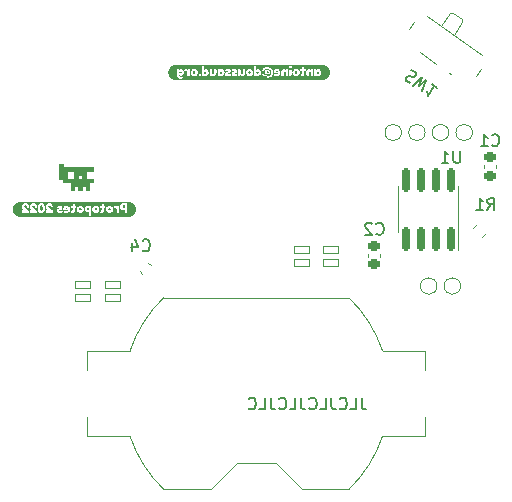
<source format=gbr>
%TF.GenerationSoftware,KiCad,Pcbnew,6.0.2+dfsg-1*%
%TF.CreationDate,2022-10-12T23:29:13+02:00*%
%TF.ProjectId,project_satan,70726f6a-6563-4745-9f73-6174616e2e6b,rev?*%
%TF.SameCoordinates,Original*%
%TF.FileFunction,Legend,Bot*%
%TF.FilePolarity,Positive*%
%FSLAX46Y46*%
G04 Gerber Fmt 4.6, Leading zero omitted, Abs format (unit mm)*
G04 Created by KiCad (PCBNEW 6.0.2+dfsg-1) date 2022-10-12 23:29:13*
%MOMM*%
%LPD*%
G01*
G04 APERTURE LIST*
G04 Aperture macros list*
%AMRoundRect*
0 Rectangle with rounded corners*
0 $1 Rounding radius*
0 $2 $3 $4 $5 $6 $7 $8 $9 X,Y pos of 4 corners*
0 Add a 4 corners polygon primitive as box body*
4,1,4,$2,$3,$4,$5,$6,$7,$8,$9,$2,$3,0*
0 Add four circle primitives for the rounded corners*
1,1,$1+$1,$2,$3*
1,1,$1+$1,$4,$5*
1,1,$1+$1,$6,$7*
1,1,$1+$1,$8,$9*
0 Add four rect primitives between the rounded corners*
20,1,$1+$1,$2,$3,$4,$5,0*
20,1,$1+$1,$4,$5,$6,$7,0*
20,1,$1+$1,$6,$7,$8,$9,0*
20,1,$1+$1,$8,$9,$2,$3,0*%
%AMRotRect*
0 Rectangle, with rotation*
0 The origin of the aperture is its center*
0 $1 length*
0 $2 width*
0 $3 Rotation angle, in degrees counterclockwise*
0 Add horizontal line*
21,1,$1,$2,0,0,$3*%
G04 Aperture macros list end*
%ADD10C,0.150000*%
%ADD11C,0.120000*%
%ADD12C,0.010000*%
%ADD13C,2.575000*%
%ADD14C,1.000000*%
%ADD15RoundRect,0.225000X-0.250000X0.225000X-0.250000X-0.225000X0.250000X-0.225000X0.250000X0.225000X0*%
%ADD16RoundRect,0.035000X0.665000X0.315000X-0.665000X0.315000X-0.665000X-0.315000X0.665000X-0.315000X0*%
%ADD17C,0.900000*%
%ADD18RotRect,1.000000X0.800000X325.000000*%
%ADD19RotRect,0.700000X1.500000X325.000000*%
%ADD20RoundRect,0.150000X0.150000X-0.825000X0.150000X0.825000X-0.150000X0.825000X-0.150000X-0.825000X0*%
%ADD21RoundRect,0.200000X-0.053033X0.335876X-0.335876X0.053033X0.053033X-0.335876X0.335876X-0.053033X0*%
%ADD22RoundRect,0.225000X0.335876X0.017678X0.017678X0.335876X-0.335876X-0.017678X-0.017678X-0.335876X0*%
%ADD23R,3.000000X4.000000*%
G04 APERTURE END LIST*
D10*
X93319047Y-74452380D02*
X93319047Y-75166666D01*
X93366666Y-75309523D01*
X93461904Y-75404761D01*
X93604761Y-75452380D01*
X93700000Y-75452380D01*
X92366666Y-75452380D02*
X92842857Y-75452380D01*
X92842857Y-74452380D01*
X91461904Y-75357142D02*
X91509523Y-75404761D01*
X91652380Y-75452380D01*
X91747619Y-75452380D01*
X91890476Y-75404761D01*
X91985714Y-75309523D01*
X92033333Y-75214285D01*
X92080952Y-75023809D01*
X92080952Y-74880952D01*
X92033333Y-74690476D01*
X91985714Y-74595238D01*
X91890476Y-74500000D01*
X91747619Y-74452380D01*
X91652380Y-74452380D01*
X91509523Y-74500000D01*
X91461904Y-74547619D01*
X90747619Y-74452380D02*
X90747619Y-75166666D01*
X90795238Y-75309523D01*
X90890476Y-75404761D01*
X91033333Y-75452380D01*
X91128571Y-75452380D01*
X89795238Y-75452380D02*
X90271428Y-75452380D01*
X90271428Y-74452380D01*
X88890476Y-75357142D02*
X88938095Y-75404761D01*
X89080952Y-75452380D01*
X89176190Y-75452380D01*
X89319047Y-75404761D01*
X89414285Y-75309523D01*
X89461904Y-75214285D01*
X89509523Y-75023809D01*
X89509523Y-74880952D01*
X89461904Y-74690476D01*
X89414285Y-74595238D01*
X89319047Y-74500000D01*
X89176190Y-74452380D01*
X89080952Y-74452380D01*
X88938095Y-74500000D01*
X88890476Y-74547619D01*
X88176190Y-74452380D02*
X88176190Y-75166666D01*
X88223809Y-75309523D01*
X88319047Y-75404761D01*
X88461904Y-75452380D01*
X88557142Y-75452380D01*
X87223809Y-75452380D02*
X87700000Y-75452380D01*
X87700000Y-74452380D01*
X86319047Y-75357142D02*
X86366666Y-75404761D01*
X86509523Y-75452380D01*
X86604761Y-75452380D01*
X86747619Y-75404761D01*
X86842857Y-75309523D01*
X86890476Y-75214285D01*
X86938095Y-75023809D01*
X86938095Y-74880952D01*
X86890476Y-74690476D01*
X86842857Y-74595238D01*
X86747619Y-74500000D01*
X86604761Y-74452380D01*
X86509523Y-74452380D01*
X86366666Y-74500000D01*
X86319047Y-74547619D01*
X85604761Y-74452380D02*
X85604761Y-75166666D01*
X85652380Y-75309523D01*
X85747619Y-75404761D01*
X85890476Y-75452380D01*
X85985714Y-75452380D01*
X84652380Y-75452380D02*
X85128571Y-75452380D01*
X85128571Y-74452380D01*
X83747619Y-75357142D02*
X83795238Y-75404761D01*
X83938095Y-75452380D01*
X84033333Y-75452380D01*
X84176190Y-75404761D01*
X84271428Y-75309523D01*
X84319047Y-75214285D01*
X84366666Y-75023809D01*
X84366666Y-74880952D01*
X84319047Y-74690476D01*
X84271428Y-74595238D01*
X84176190Y-74500000D01*
X84033333Y-74452380D01*
X83938095Y-74452380D01*
X83795238Y-74500000D01*
X83747619Y-74547619D01*
%TO.C,C1*%
X104366666Y-53057142D02*
X104414285Y-53104761D01*
X104557142Y-53152380D01*
X104652380Y-53152380D01*
X104795238Y-53104761D01*
X104890476Y-53009523D01*
X104938095Y-52914285D01*
X104985714Y-52723809D01*
X104985714Y-52580952D01*
X104938095Y-52390476D01*
X104890476Y-52295238D01*
X104795238Y-52200000D01*
X104652380Y-52152380D01*
X104557142Y-52152380D01*
X104414285Y-52200000D01*
X104366666Y-52247619D01*
X103414285Y-53152380D02*
X103985714Y-53152380D01*
X103700000Y-53152380D02*
X103700000Y-52152380D01*
X103795238Y-52295238D01*
X103890476Y-52390476D01*
X103985714Y-52438095D01*
%TO.C,C2*%
X94566666Y-60557142D02*
X94614285Y-60604761D01*
X94757142Y-60652380D01*
X94852380Y-60652380D01*
X94995238Y-60604761D01*
X95090476Y-60509523D01*
X95138095Y-60414285D01*
X95185714Y-60223809D01*
X95185714Y-60080952D01*
X95138095Y-59890476D01*
X95090476Y-59795238D01*
X94995238Y-59700000D01*
X94852380Y-59652380D01*
X94757142Y-59652380D01*
X94614285Y-59700000D01*
X94566666Y-59747619D01*
X94185714Y-59747619D02*
X94138095Y-59700000D01*
X94042857Y-59652380D01*
X93804761Y-59652380D01*
X93709523Y-59700000D01*
X93661904Y-59747619D01*
X93614285Y-59842857D01*
X93614285Y-59938095D01*
X93661904Y-60080952D01*
X94233333Y-60652380D01*
X93614285Y-60652380D01*
%TO.C,SW1*%
X97504514Y-46724956D02*
X97648849Y-46767889D01*
X97843885Y-46904454D01*
X97894586Y-46998088D01*
X97906280Y-47064408D01*
X97890661Y-47169736D01*
X97836035Y-47247751D01*
X97742401Y-47298452D01*
X97676081Y-47310146D01*
X97570753Y-47294527D01*
X97387411Y-47224281D01*
X97282083Y-47208662D01*
X97215763Y-47220356D01*
X97122129Y-47271058D01*
X97067503Y-47349072D01*
X97051884Y-47454400D01*
X97063578Y-47520720D01*
X97114279Y-47614354D01*
X97309316Y-47750920D01*
X97453650Y-47793852D01*
X97699388Y-48024051D02*
X98468001Y-47341465D01*
X98214332Y-48035826D01*
X98780059Y-47559970D01*
X98401518Y-48515688D01*
X99716232Y-48215486D02*
X99248145Y-47887728D01*
X99482189Y-48051607D02*
X98908612Y-48870759D01*
X98912537Y-48699111D01*
X98889149Y-48566471D01*
X98838448Y-48472837D01*
%TO.C,U1*%
X101661904Y-53552380D02*
X101661904Y-54361904D01*
X101614285Y-54457142D01*
X101566666Y-54504761D01*
X101471428Y-54552380D01*
X101280952Y-54552380D01*
X101185714Y-54504761D01*
X101138095Y-54457142D01*
X101090476Y-54361904D01*
X101090476Y-53552380D01*
X100090476Y-54552380D02*
X100661904Y-54552380D01*
X100376190Y-54552380D02*
X100376190Y-53552380D01*
X100471428Y-53695238D01*
X100566666Y-53790476D01*
X100661904Y-53838095D01*
%TO.C,R1*%
X103966665Y-58552380D02*
X104299999Y-58076190D01*
X104538094Y-58552380D02*
X104538094Y-57552380D01*
X104157141Y-57552380D01*
X104061903Y-57600000D01*
X104014284Y-57647619D01*
X103966665Y-57742857D01*
X103966665Y-57885714D01*
X104014284Y-57980952D01*
X104061903Y-58028571D01*
X104157141Y-58076190D01*
X104538094Y-58076190D01*
X103014284Y-58552380D02*
X103585713Y-58552380D01*
X103299999Y-58552380D02*
X103299999Y-57552380D01*
X103395237Y-57695238D01*
X103490475Y-57790476D01*
X103585713Y-57838095D01*
%TO.C,C4*%
X74766666Y-61957142D02*
X74814285Y-62004761D01*
X74957142Y-62052380D01*
X75052380Y-62052380D01*
X75195238Y-62004761D01*
X75290476Y-61909523D01*
X75338095Y-61814285D01*
X75385714Y-61623809D01*
X75385714Y-61480952D01*
X75338095Y-61290476D01*
X75290476Y-61195238D01*
X75195238Y-61100000D01*
X75052380Y-61052380D01*
X74957142Y-61052380D01*
X74814285Y-61100000D01*
X74766666Y-61147619D01*
X73909523Y-61385714D02*
X73909523Y-62052380D01*
X74147619Y-61004761D02*
X74385714Y-61719047D01*
X73766666Y-61719047D01*
D11*
%TO.C,TP2*%
X98700000Y-52000000D02*
G75*
G03*
X98700000Y-52000000I-700000J0D01*
G01*
%TO.C,C1*%
X104735000Y-54734420D02*
X104735000Y-55015580D01*
X103715000Y-54734420D02*
X103715000Y-55015580D01*
D12*
%TO.C,G\u002A\u002A\u002A*%
X67730000Y-55905000D02*
X68047500Y-55905000D01*
X68047500Y-55905000D02*
X68047500Y-56222500D01*
X68047500Y-56222500D02*
X68682500Y-56222500D01*
X68682500Y-56222500D02*
X68682500Y-56857500D01*
X68682500Y-56857500D02*
X69000000Y-56857500D01*
X69000000Y-56857500D02*
X69000000Y-56540000D01*
X69000000Y-56540000D02*
X69317500Y-56540000D01*
X69317500Y-56540000D02*
X69317500Y-56857500D01*
X69317500Y-56857500D02*
X69635000Y-56857500D01*
X69635000Y-56857500D02*
X69635000Y-56540000D01*
X69635000Y-56540000D02*
X69952500Y-56540000D01*
X69952500Y-56540000D02*
X69952500Y-56857500D01*
X69952500Y-56857500D02*
X70270000Y-56857500D01*
X70270000Y-56857500D02*
X70270000Y-56222500D01*
X70270000Y-56222500D02*
X70587500Y-56222500D01*
X70587500Y-56222500D02*
X70587500Y-55905000D01*
X70587500Y-55905000D02*
X69952500Y-55905000D01*
X69952500Y-55905000D02*
X69952500Y-55587500D01*
X69952500Y-55587500D02*
X69635000Y-55587500D01*
X69635000Y-55587500D02*
X69635000Y-55905000D01*
X69635000Y-55905000D02*
X69317500Y-55905000D01*
X69317500Y-55905000D02*
X69317500Y-55587500D01*
X69317500Y-55587500D02*
X69635000Y-55587500D01*
X69635000Y-55587500D02*
X69952500Y-55587500D01*
X69952500Y-55587500D02*
X69952500Y-55270000D01*
X69952500Y-55270000D02*
X69000000Y-55270000D01*
X69000000Y-55270000D02*
X69000000Y-55905000D01*
X69000000Y-55905000D02*
X68365000Y-55905000D01*
X68365000Y-55905000D02*
X68365000Y-55270000D01*
X68365000Y-55270000D02*
X69000000Y-55270000D01*
X69000000Y-55270000D02*
X69952500Y-55270000D01*
X69952500Y-55270000D02*
X70587500Y-55270000D01*
X70587500Y-55270000D02*
X70587500Y-54952500D01*
X70587500Y-54952500D02*
X68047500Y-54952500D01*
X68047500Y-54952500D02*
X68047500Y-54635000D01*
X68047500Y-54635000D02*
X67730000Y-54635000D01*
X67730000Y-54635000D02*
X67730000Y-55905000D01*
X67730000Y-55905000D02*
X67730000Y-55905000D01*
G36*
X70587500Y-55905000D02*
G01*
X70587500Y-56222500D01*
X70270000Y-56222500D01*
X70270000Y-56857500D01*
X69952500Y-56857500D01*
X69952500Y-56540000D01*
X69635000Y-56540000D01*
X69635000Y-56857500D01*
X69317500Y-56857500D01*
X69317500Y-56540000D01*
X69000000Y-56540000D01*
X69000000Y-56857500D01*
X68682500Y-56857500D01*
X68682500Y-56222500D01*
X68047500Y-56222500D01*
X68047500Y-55905000D01*
X67730000Y-55905000D01*
X67730000Y-55270000D01*
X68365000Y-55270000D01*
X68365000Y-55905000D01*
X69000000Y-55905000D01*
X69000000Y-55587500D01*
X69317500Y-55587500D01*
X69317500Y-55905000D01*
X69635000Y-55905000D01*
X69635000Y-55587500D01*
X69317500Y-55587500D01*
X69000000Y-55587500D01*
X69000000Y-55270000D01*
X68365000Y-55270000D01*
X67730000Y-55270000D01*
X67730000Y-54635000D01*
X68047500Y-54635000D01*
X68047500Y-54952500D01*
X70587500Y-54952500D01*
X70587500Y-55270000D01*
X69952500Y-55270000D01*
X69952500Y-55905000D01*
X70587500Y-55905000D01*
G37*
X70587500Y-55905000D02*
X70587500Y-56222500D01*
X70270000Y-56222500D01*
X70270000Y-56857500D01*
X69952500Y-56857500D01*
X69952500Y-56540000D01*
X69635000Y-56540000D01*
X69635000Y-56857500D01*
X69317500Y-56857500D01*
X69317500Y-56540000D01*
X69000000Y-56540000D01*
X69000000Y-56857500D01*
X68682500Y-56857500D01*
X68682500Y-56222500D01*
X68047500Y-56222500D01*
X68047500Y-55905000D01*
X67730000Y-55905000D01*
X67730000Y-55270000D01*
X68365000Y-55270000D01*
X68365000Y-55905000D01*
X69000000Y-55905000D01*
X69000000Y-55587500D01*
X69317500Y-55587500D01*
X69317500Y-55905000D01*
X69635000Y-55905000D01*
X69635000Y-55587500D01*
X69317500Y-55587500D01*
X69000000Y-55587500D01*
X69000000Y-55270000D01*
X68365000Y-55270000D01*
X67730000Y-55270000D01*
X67730000Y-54635000D01*
X68047500Y-54635000D01*
X68047500Y-54952500D01*
X70587500Y-54952500D01*
X70587500Y-55270000D01*
X69952500Y-55270000D01*
X69952500Y-55905000D01*
X70587500Y-55905000D01*
%TO.C,kibuzzard-63472777*%
G36*
X78055393Y-46836659D02*
G01*
X78082063Y-46902778D01*
X78053726Y-46967786D01*
X77984829Y-46996679D01*
X77917598Y-46967231D01*
X77890928Y-46902778D01*
X77916487Y-46837214D01*
X77985384Y-46806655D01*
X78055393Y-46836659D01*
G37*
G36*
X89684069Y-46843326D02*
G01*
X89711294Y-46911113D01*
X89682402Y-46977232D01*
X89612393Y-47006680D01*
X89544051Y-46976676D01*
X89516826Y-46910557D01*
X89542940Y-46843326D01*
X89612949Y-46812211D01*
X89684069Y-46843326D01*
G37*
G36*
X85415202Y-46836103D02*
G01*
X85440761Y-46885554D01*
X85440761Y-46893332D01*
X85422981Y-46937227D01*
X85376308Y-46955563D01*
X85324635Y-46933893D01*
X85298521Y-46885554D01*
X85298521Y-46878886D01*
X85314634Y-46833881D01*
X85361862Y-46814434D01*
X85415202Y-46836103D01*
G37*
G36*
X79215538Y-46827769D02*
G01*
X79241375Y-46862079D01*
X79249987Y-46909446D01*
X79241097Y-46956674D01*
X79214427Y-46990567D01*
X79142196Y-47017793D01*
X79068853Y-46990011D01*
X79041350Y-46955563D01*
X79032182Y-46907779D01*
X79040794Y-46860273D01*
X79066631Y-46826657D01*
X79141084Y-46799987D01*
X79215538Y-46827769D01*
G37*
G36*
X84575097Y-46843882D02*
G01*
X84601767Y-46911113D01*
X84572874Y-46977788D01*
X84502866Y-47007791D01*
X84434524Y-46977788D01*
X84407298Y-46911668D01*
X84433413Y-46844437D01*
X84503977Y-46813322D01*
X84575097Y-46843882D01*
G37*
G36*
X80147877Y-46843882D02*
G01*
X80174547Y-46911113D01*
X80145654Y-46977788D01*
X80075646Y-47007791D01*
X80007304Y-46977788D01*
X79980078Y-46911668D01*
X80006192Y-46844437D01*
X80076757Y-46813322D01*
X80147877Y-46843882D01*
G37*
G36*
X87839949Y-46827769D02*
G01*
X87865786Y-46862079D01*
X87874398Y-46909446D01*
X87865508Y-46956674D01*
X87838838Y-46990567D01*
X87766607Y-47017793D01*
X87693264Y-46990011D01*
X87665761Y-46955563D01*
X87656593Y-46907779D01*
X87665205Y-46860273D01*
X87691042Y-46826657D01*
X87765496Y-46799987D01*
X87839949Y-46827769D01*
G37*
G36*
X83906124Y-46827769D02*
G01*
X83931961Y-46862079D01*
X83940573Y-46909446D01*
X83931683Y-46956674D01*
X83905013Y-46990567D01*
X83832782Y-47017793D01*
X83759439Y-46990011D01*
X83731936Y-46955563D01*
X83722768Y-46907779D01*
X83731380Y-46860273D01*
X83757217Y-46826657D01*
X83831671Y-46799987D01*
X83906124Y-46827769D01*
G37*
G36*
X86205301Y-46810544D02*
G01*
X86240861Y-46873330D01*
X86100843Y-46873330D01*
X86058616Y-46837770D01*
X86078063Y-46796654D01*
X86133625Y-46781096D01*
X86205301Y-46810544D01*
G37*
G36*
X81488600Y-46843326D02*
G01*
X81515826Y-46911113D01*
X81486933Y-46977232D01*
X81416924Y-47006680D01*
X81348582Y-46976676D01*
X81321357Y-46910557D01*
X81347471Y-46843326D01*
X81417480Y-46812211D01*
X81488600Y-46843326D01*
G37*
G36*
X77538095Y-47545108D02*
G01*
X77475169Y-47535774D01*
X77413462Y-47520317D01*
X77353566Y-47498886D01*
X77296060Y-47471687D01*
X77241496Y-47438983D01*
X77190400Y-47401088D01*
X77143265Y-47358367D01*
X77100545Y-47311232D01*
X77062650Y-47260137D01*
X77029946Y-47205573D01*
X77013662Y-47171145D01*
X77694237Y-47171145D01*
X77704115Y-47250846D01*
X77733748Y-47319559D01*
X77783137Y-47377282D01*
X77844873Y-47420806D01*
X77911548Y-47446920D01*
X77983162Y-47455625D01*
X78065672Y-47445346D01*
X78144293Y-47414509D01*
X78201800Y-47375337D01*
X78220969Y-47340055D01*
X78187632Y-47263379D01*
X78154850Y-47231153D01*
X78127624Y-47222263D01*
X78095398Y-47235598D01*
X78039836Y-47266435D01*
X77979828Y-47276714D01*
X77910931Y-47243376D01*
X77884261Y-47163366D01*
X77884261Y-47130029D01*
X77938990Y-47171701D01*
X78018722Y-47185591D01*
X78078915Y-47176146D01*
X78136514Y-47147809D01*
X78191521Y-47100581D01*
X78236280Y-47040758D01*
X78263135Y-46974639D01*
X78272087Y-46902223D01*
X78263073Y-46829744D01*
X78236033Y-46763440D01*
X78190966Y-46703309D01*
X78185747Y-46698864D01*
X78316537Y-46698864D01*
X78337651Y-46776651D01*
X78398769Y-46818879D01*
X78437107Y-46809989D01*
X78485447Y-46801099D01*
X78541565Y-46822212D01*
X78567679Y-46873330D01*
X78567679Y-47106693D01*
X78569346Y-47145031D01*
X78579903Y-47174479D01*
X78609907Y-47196148D01*
X78666581Y-47203371D01*
X78743257Y-47184480D01*
X78763259Y-47136696D01*
X78763259Y-46910001D01*
X78835491Y-46910001D01*
X78847437Y-46997095D01*
X78883274Y-47073911D01*
X78936198Y-47136141D01*
X78999400Y-47179479D01*
X79068992Y-47204899D01*
X79141084Y-47213373D01*
X79213316Y-47204344D01*
X79283324Y-47177257D01*
X79346805Y-47132529D01*
X79372537Y-47102248D01*
X79502241Y-47102248D01*
X79503907Y-47141697D01*
X79515576Y-47172256D01*
X79544885Y-47196426D01*
X79599475Y-47204483D01*
X79655315Y-47199204D01*
X79688375Y-47183369D01*
X79709442Y-47105581D01*
X79782276Y-47105581D01*
X79783943Y-47143919D01*
X79794499Y-47172256D01*
X79826309Y-47194759D01*
X79888400Y-47202260D01*
X79948546Y-47188647D01*
X79974522Y-47147809D01*
X80030362Y-47187814D01*
X80104538Y-47201149D01*
X80169238Y-47191456D01*
X80229986Y-47162378D01*
X80286783Y-47113916D01*
X80291333Y-47107804D01*
X80446803Y-47107804D01*
X80448470Y-47145031D01*
X80459027Y-47173368D01*
X80488753Y-47195037D01*
X80544593Y-47202260D01*
X80599322Y-47195593D01*
X80627937Y-47175590D01*
X80639049Y-47130029D01*
X80659052Y-47152254D01*
X80689056Y-47176701D01*
X80771288Y-47201149D01*
X80841852Y-47191703D01*
X80903897Y-47163366D01*
X80957422Y-47116138D01*
X80965299Y-47104470D01*
X81120221Y-47104470D01*
X81121887Y-47142808D01*
X81131333Y-47172256D01*
X81158142Y-47193926D01*
X81207454Y-47201149D01*
X81288575Y-47186147D01*
X81312467Y-47142253D01*
X81367335Y-47186425D01*
X81449706Y-47201149D01*
X81512245Y-47191394D01*
X81571697Y-47162132D01*
X81628062Y-47113360D01*
X81673747Y-47051686D01*
X81686518Y-47020015D01*
X81765857Y-47020015D01*
X81771274Y-47073494D01*
X81787526Y-47118361D01*
X81848089Y-47178924D01*
X81899516Y-47198062D01*
X81958967Y-47209545D01*
X82026445Y-47213373D01*
X82097009Y-47206458D01*
X82165722Y-47185715D01*
X82232582Y-47151143D01*
X82253696Y-47108915D01*
X82243139Y-47072522D01*
X82211468Y-47021126D01*
X82209148Y-47020015D01*
X82309258Y-47020015D01*
X82314675Y-47073494D01*
X82330927Y-47118361D01*
X82391491Y-47178924D01*
X82442917Y-47198062D01*
X82502369Y-47209545D01*
X82569846Y-47213373D01*
X82640411Y-47206458D01*
X82709123Y-47185715D01*
X82775983Y-47151143D01*
X82797097Y-47108915D01*
X82796775Y-47107804D01*
X82869328Y-47107804D01*
X82870995Y-47145031D01*
X82881552Y-47173368D01*
X82911278Y-47195037D01*
X82967118Y-47202260D01*
X83021847Y-47195593D01*
X83050462Y-47175590D01*
X83061574Y-47130029D01*
X83081577Y-47152254D01*
X83111581Y-47176701D01*
X83193813Y-47201149D01*
X83264377Y-47191703D01*
X83326422Y-47163366D01*
X83379947Y-47116138D01*
X83421002Y-47055328D01*
X83445635Y-46986245D01*
X83453728Y-46910001D01*
X83526077Y-46910001D01*
X83538023Y-46997095D01*
X83573861Y-47073911D01*
X83626784Y-47136141D01*
X83689986Y-47179479D01*
X83759578Y-47204899D01*
X83831671Y-47213373D01*
X83903902Y-47204344D01*
X83973911Y-47177257D01*
X84037391Y-47132529D01*
X84060291Y-47105581D01*
X84209496Y-47105581D01*
X84211163Y-47143919D01*
X84221719Y-47172256D01*
X84253529Y-47194759D01*
X84315620Y-47202260D01*
X84375766Y-47188647D01*
X84401742Y-47147809D01*
X84457582Y-47187814D01*
X84531758Y-47201149D01*
X84596458Y-47191456D01*
X84657206Y-47162378D01*
X84714003Y-47113916D01*
X84759688Y-47052550D01*
X84787099Y-46984764D01*
X84796236Y-46910557D01*
X84794309Y-46894999D01*
X84857354Y-46894999D01*
X84864022Y-46984733D01*
X84884024Y-47059464D01*
X84914862Y-47119889D01*
X84954033Y-47166700D01*
X85014535Y-47212385D01*
X85078987Y-47239796D01*
X85147391Y-47248933D01*
X85214621Y-47237820D01*
X85269628Y-47204483D01*
X85306299Y-47151976D01*
X85318523Y-47083356D01*
X85316301Y-47056686D01*
X85359917Y-47086690D01*
X85417424Y-47096691D01*
X85478404Y-47082940D01*
X85532439Y-47041684D01*
X85570360Y-46980982D01*
X85583001Y-46908890D01*
X85574851Y-46846351D01*
X85550404Y-46790604D01*
X85509658Y-46741647D01*
X85437566Y-46690390D01*
X85367974Y-46673305D01*
X85310050Y-46684417D01*
X85272962Y-46717755D01*
X85251293Y-46683862D01*
X85197953Y-46672194D01*
X85146835Y-46683862D01*
X85132944Y-46710532D01*
X85135167Y-46743314D01*
X85172949Y-47027794D01*
X85180728Y-47086690D01*
X85172394Y-47105026D01*
X85146279Y-47110026D01*
X85111831Y-47105581D01*
X85073493Y-47087246D01*
X85035154Y-47051130D01*
X85005151Y-46988900D01*
X84995149Y-46908890D01*
X85002373Y-46827491D01*
X85024042Y-46761094D01*
X85058213Y-46708309D01*
X85102941Y-46667749D01*
X85175728Y-46629472D01*
X85257775Y-46606507D01*
X85349083Y-46598851D01*
X85438970Y-46607926D01*
X85516758Y-46635152D01*
X85582445Y-46680528D01*
X85632143Y-46741462D01*
X85661961Y-46815360D01*
X85671901Y-46902223D01*
X85664184Y-46989270D01*
X85641033Y-47063724D01*
X85602448Y-47125584D01*
X85547688Y-47171886D01*
X85476012Y-47199667D01*
X85387421Y-47208928D01*
X85366307Y-47208928D01*
X85329080Y-47221707D01*
X85318523Y-47268935D01*
X85323524Y-47318386D01*
X85340748Y-47338944D01*
X85388532Y-47347834D01*
X85481182Y-47340298D01*
X85563554Y-47317691D01*
X85635646Y-47280013D01*
X85697459Y-47227263D01*
X85747049Y-47161804D01*
X85782470Y-47085995D01*
X85803723Y-46999839D01*
X85810807Y-46903334D01*
X85805623Y-46840548D01*
X85866369Y-46840548D01*
X85874843Y-46900000D01*
X85900263Y-46941672D01*
X85975272Y-46974454D01*
X86238638Y-46974454D01*
X86201967Y-47026683D01*
X86128624Y-47047796D01*
X86071117Y-47044463D01*
X86027501Y-47034461D01*
X86015277Y-47030016D01*
X85970827Y-47017793D01*
X85909708Y-47067799D01*
X85895262Y-47118916D01*
X85910055Y-47162186D01*
X85954436Y-47193092D01*
X86028404Y-47211636D01*
X86131958Y-47217818D01*
X86209607Y-47210733D01*
X86278088Y-47189481D01*
X86334900Y-47156560D01*
X86377544Y-47114471D01*
X86383089Y-47105581D01*
X86519784Y-47105581D01*
X86521451Y-47143919D01*
X86530897Y-47172256D01*
X86560345Y-47194759D01*
X86617574Y-47202260D01*
X86679804Y-47191981D01*
X86708697Y-47161144D01*
X86715364Y-47104470D01*
X86715364Y-46908890D01*
X86741479Y-46837770D01*
X86811488Y-46812211D01*
X86882608Y-46838881D01*
X86909833Y-46908890D01*
X86909833Y-47105581D01*
X86911500Y-47143919D01*
X86922057Y-47172256D01*
X86950672Y-47194759D01*
X87007623Y-47202260D01*
X87064019Y-47194759D01*
X87093189Y-47172256D01*
X87102635Y-47142808D01*
X87104205Y-47106693D01*
X87193202Y-47106693D01*
X87194869Y-47145031D01*
X87205426Y-47174479D01*
X87234040Y-47196148D01*
X87290992Y-47203371D01*
X87347388Y-47195870D01*
X87376558Y-47173368D01*
X87386004Y-47144475D01*
X87387671Y-47105581D01*
X87387671Y-46910001D01*
X87459902Y-46910001D01*
X87471848Y-46997095D01*
X87507686Y-47073911D01*
X87560609Y-47136141D01*
X87623811Y-47179479D01*
X87693403Y-47204899D01*
X87765496Y-47213373D01*
X87837727Y-47204344D01*
X87907736Y-47177257D01*
X87971216Y-47132529D01*
X88023861Y-47070577D01*
X88059282Y-46995429D01*
X88071089Y-46911113D01*
X88060718Y-46827398D01*
X88029603Y-46754056D01*
X87999708Y-46717755D01*
X88115539Y-46717755D01*
X88123040Y-46774151D01*
X88145543Y-46803321D01*
X88174991Y-46812767D01*
X88213329Y-46814434D01*
X88285561Y-46809989D01*
X88285561Y-46963341D01*
X88276115Y-47006680D01*
X88240555Y-47020015D01*
X88200550Y-47021682D01*
X88171102Y-47032239D01*
X88145543Y-47106693D01*
X88153322Y-47163088D01*
X88176658Y-47192259D01*
X88206106Y-47201704D01*
X88243333Y-47203371D01*
X88314206Y-47197568D01*
X88372732Y-47180158D01*
X88418911Y-47151143D01*
X88452248Y-47108298D01*
X88453171Y-47105581D01*
X88642272Y-47105581D01*
X88643939Y-47143919D01*
X88653384Y-47172256D01*
X88682833Y-47194759D01*
X88740062Y-47202260D01*
X88802292Y-47191981D01*
X88831184Y-47161144D01*
X88837852Y-47104470D01*
X88837852Y-46908890D01*
X88863966Y-46837770D01*
X88933975Y-46812211D01*
X89005095Y-46838881D01*
X89032321Y-46908890D01*
X89032321Y-47105581D01*
X89033988Y-47143919D01*
X89044544Y-47172256D01*
X89073159Y-47194759D01*
X89130111Y-47202260D01*
X89186507Y-47194759D01*
X89215677Y-47172256D01*
X89225123Y-47142808D01*
X89226789Y-47104470D01*
X89315689Y-47104470D01*
X89317356Y-47142808D01*
X89326802Y-47172256D01*
X89353611Y-47193926D01*
X89402923Y-47201149D01*
X89484044Y-47186147D01*
X89507936Y-47142253D01*
X89562804Y-47186425D01*
X89645175Y-47201149D01*
X89707714Y-47191394D01*
X89767166Y-47162132D01*
X89823531Y-47113360D01*
X89869215Y-47051686D01*
X89896626Y-46983714D01*
X89905763Y-46909446D01*
X89896564Y-46835239D01*
X89868968Y-46767453D01*
X89822975Y-46706087D01*
X89765993Y-46657624D01*
X89705429Y-46628546D01*
X89641286Y-46618854D01*
X89572388Y-46632189D01*
X89529049Y-46657192D01*
X89509047Y-46679972D01*
X89483766Y-46633300D01*
X89421258Y-46617742D01*
X89356806Y-46624410D01*
X89327358Y-46647746D01*
X89317356Y-46677194D01*
X89315689Y-46715532D01*
X89315689Y-47104470D01*
X89226789Y-47104470D01*
X89226789Y-46711087D01*
X89225123Y-46673861D01*
X89214566Y-46645524D01*
X89185395Y-46624688D01*
X89128999Y-46617742D01*
X89074270Y-46624132D01*
X89045656Y-46643301D01*
X89034543Y-46688862D01*
X89014541Y-46666637D01*
X88984537Y-46643301D01*
X88901193Y-46617742D01*
X88831246Y-46627188D01*
X88769572Y-46655525D01*
X88716170Y-46702753D01*
X88675115Y-46763563D01*
X88650483Y-46832646D01*
X88642272Y-46910001D01*
X88642272Y-47105581D01*
X88453171Y-47105581D01*
X88472251Y-47049401D01*
X88478918Y-46974454D01*
X88478918Y-46809989D01*
X88524479Y-46813322D01*
X88565040Y-46794431D01*
X88581153Y-46729979D01*
X88575597Y-46663859D01*
X88560039Y-46634411D01*
X88515589Y-46619965D01*
X88478918Y-46624410D01*
X88478918Y-46509951D01*
X88477251Y-46472169D01*
X88466694Y-46445499D01*
X88438080Y-46424663D01*
X88381128Y-46417717D01*
X88320843Y-46427997D01*
X88291117Y-46458834D01*
X88285561Y-46515507D01*
X88285561Y-46624410D01*
X88211663Y-46619965D01*
X88173880Y-46621632D01*
X88144432Y-46632189D01*
X88122763Y-46660803D01*
X88115539Y-46717755D01*
X87999708Y-46717755D01*
X87977744Y-46691085D01*
X87912551Y-46642931D01*
X87841431Y-46614038D01*
X87764384Y-46604407D01*
X87687461Y-46613977D01*
X87616712Y-46642684D01*
X87552136Y-46690529D01*
X87500895Y-46753192D01*
X87470150Y-46826349D01*
X87459902Y-46910001D01*
X87387671Y-46910001D01*
X87387671Y-46715532D01*
X87386004Y-46677194D01*
X87376558Y-46647746D01*
X87347110Y-46626077D01*
X87289881Y-46618854D01*
X87214316Y-46637745D01*
X87194313Y-46685529D01*
X87193202Y-46717755D01*
X87193202Y-47106693D01*
X87104205Y-47106693D01*
X87104302Y-47104470D01*
X87104302Y-46711087D01*
X87102635Y-46673861D01*
X87092078Y-46645524D01*
X87062908Y-46624688D01*
X87006512Y-46617742D01*
X86951783Y-46624132D01*
X86923168Y-46643301D01*
X86912056Y-46688862D01*
X86892053Y-46666637D01*
X86862049Y-46643301D01*
X86778706Y-46617742D01*
X86708759Y-46627188D01*
X86647084Y-46655525D01*
X86593683Y-46702753D01*
X86552628Y-46763563D01*
X86527995Y-46832646D01*
X86519784Y-46910001D01*
X86519784Y-47105581D01*
X86383089Y-47105581D01*
X86416438Y-47052118D01*
X86439774Y-46985072D01*
X86447553Y-46913335D01*
X86437490Y-46826225D01*
X86407301Y-46751586D01*
X86356986Y-46689418D01*
X86291608Y-46642807D01*
X86216228Y-46614841D01*
X86130847Y-46605519D01*
X86058755Y-46612325D01*
X85996941Y-46632744D01*
X85945407Y-46666776D01*
X85904152Y-46714421D01*
X85875815Y-46774845D01*
X85866369Y-46840548D01*
X85805623Y-46840548D01*
X85803645Y-46816595D01*
X85782161Y-46737140D01*
X85746354Y-46664971D01*
X85699126Y-46602247D01*
X85643379Y-46551129D01*
X85579111Y-46511618D01*
X85509473Y-46483528D01*
X85437612Y-46466674D01*
X85363529Y-46461056D01*
X85291051Y-46464081D01*
X85224005Y-46473157D01*
X85162393Y-46488282D01*
X85078910Y-46522175D01*
X85005151Y-46569403D01*
X84943615Y-46631633D01*
X84896804Y-46710532D01*
X84874887Y-46769799D01*
X84861738Y-46831288D01*
X84857354Y-46894999D01*
X84794309Y-46894999D01*
X84787037Y-46836288D01*
X84759441Y-46768317D01*
X84713448Y-46706642D01*
X84656465Y-46657871D01*
X84595902Y-46628608D01*
X84531758Y-46618854D01*
X84458693Y-46632744D01*
X84403964Y-46674416D01*
X84403964Y-46442165D01*
X87193202Y-46442165D01*
X87194869Y-46480503D01*
X87204870Y-46509396D01*
X87234318Y-46532176D01*
X87290436Y-46538844D01*
X87346554Y-46532176D01*
X87376003Y-46508840D01*
X87386004Y-46479392D01*
X87387671Y-46441054D01*
X87386004Y-46402716D01*
X87376558Y-46374379D01*
X87347110Y-46351876D01*
X87289881Y-46344375D01*
X87233763Y-46351876D01*
X87205426Y-46374379D01*
X87194869Y-46403827D01*
X87193202Y-46442165D01*
X84403964Y-46442165D01*
X84403964Y-46441054D01*
X84402298Y-46402716D01*
X84392296Y-46373823D01*
X84362848Y-46351042D01*
X84306730Y-46344375D01*
X84250612Y-46351042D01*
X84221164Y-46374379D01*
X84211163Y-46403827D01*
X84209496Y-46442165D01*
X84209496Y-47105581D01*
X84060291Y-47105581D01*
X84090036Y-47070577D01*
X84125457Y-46995429D01*
X84137264Y-46911113D01*
X84126893Y-46827398D01*
X84095778Y-46754056D01*
X84043919Y-46691085D01*
X83978726Y-46642931D01*
X83907606Y-46614038D01*
X83830559Y-46604407D01*
X83753636Y-46613977D01*
X83682887Y-46642684D01*
X83618311Y-46690529D01*
X83567070Y-46753192D01*
X83536325Y-46826349D01*
X83526077Y-46910001D01*
X83453728Y-46910001D01*
X83453846Y-46908890D01*
X83453846Y-46714421D01*
X83452179Y-46675527D01*
X83442733Y-46646635D01*
X83413285Y-46624132D01*
X83356056Y-46616631D01*
X83294381Y-46627188D01*
X83264933Y-46658859D01*
X83258266Y-46715532D01*
X83258266Y-46910001D01*
X83232151Y-46981121D01*
X83162142Y-47006680D01*
X83091022Y-46980010D01*
X83063797Y-46910001D01*
X83063797Y-46713310D01*
X83062130Y-46674972D01*
X83051573Y-46645524D01*
X83022958Y-46623854D01*
X82966007Y-46616631D01*
X82909611Y-46624132D01*
X82880441Y-46646635D01*
X82870995Y-46676083D01*
X82869328Y-46714421D01*
X82869328Y-47107804D01*
X82796775Y-47107804D01*
X82786540Y-47072522D01*
X82754869Y-47021126D01*
X82715420Y-47002235D01*
X82641522Y-47029461D01*
X82557067Y-47056686D01*
X82506227Y-47050019D01*
X82489281Y-47030016D01*
X82507894Y-47011681D01*
X82563734Y-46998901D01*
X82633465Y-46980843D01*
X82702641Y-46946673D01*
X82755981Y-46883887D01*
X82771816Y-46837075D01*
X82777094Y-46782207D01*
X82767449Y-46719000D01*
X82738512Y-46669838D01*
X82690284Y-46634722D01*
X82622764Y-46613653D01*
X82535953Y-46606630D01*
X82455943Y-46616076D01*
X82373711Y-46644412D01*
X82334817Y-46688862D01*
X82359264Y-46754426D01*
X82409271Y-46793320D01*
X82458721Y-46776651D01*
X82537064Y-46759982D01*
X82602628Y-46784430D01*
X82583737Y-46811933D01*
X82527063Y-46827769D01*
X82454832Y-46842215D01*
X82384823Y-46869996D01*
X82330927Y-46923892D01*
X82314675Y-46967092D01*
X82309258Y-47020015D01*
X82209148Y-47020015D01*
X82172019Y-47002235D01*
X82098121Y-47029461D01*
X82013666Y-47056686D01*
X81962826Y-47050019D01*
X81945879Y-47030016D01*
X81964493Y-47011681D01*
X82020333Y-46998901D01*
X82090064Y-46980843D01*
X82159239Y-46946673D01*
X82212579Y-46883887D01*
X82228415Y-46837075D01*
X82233693Y-46782207D01*
X82224047Y-46719000D01*
X82195111Y-46669838D01*
X82146882Y-46634722D01*
X82079363Y-46613653D01*
X81992552Y-46606630D01*
X81912542Y-46616076D01*
X81830309Y-46644412D01*
X81791416Y-46688862D01*
X81815863Y-46754426D01*
X81865869Y-46793320D01*
X81915320Y-46776651D01*
X81993663Y-46759982D01*
X82059227Y-46784430D01*
X82040336Y-46811933D01*
X81983662Y-46827769D01*
X81911431Y-46842215D01*
X81841422Y-46869996D01*
X81787526Y-46923892D01*
X81771274Y-46967092D01*
X81765857Y-47020015D01*
X81686518Y-47020015D01*
X81701157Y-46983714D01*
X81710294Y-46909446D01*
X81701096Y-46835239D01*
X81673500Y-46767453D01*
X81627506Y-46706087D01*
X81570524Y-46657624D01*
X81509961Y-46628546D01*
X81445817Y-46618854D01*
X81376919Y-46632189D01*
X81333581Y-46657192D01*
X81313578Y-46679972D01*
X81288297Y-46633300D01*
X81225789Y-46617742D01*
X81161337Y-46624410D01*
X81131889Y-46647746D01*
X81121887Y-46677194D01*
X81120221Y-46715532D01*
X81120221Y-47104470D01*
X80965299Y-47104470D01*
X80998477Y-47055328D01*
X81023110Y-46986245D01*
X81031321Y-46908890D01*
X81031321Y-46714421D01*
X81029654Y-46675527D01*
X81020208Y-46646635D01*
X80990760Y-46624132D01*
X80933531Y-46616631D01*
X80871856Y-46627188D01*
X80842408Y-46658859D01*
X80835741Y-46715532D01*
X80835741Y-46910001D01*
X80809626Y-46981121D01*
X80739617Y-47006680D01*
X80668497Y-46980010D01*
X80641272Y-46910001D01*
X80641272Y-46713310D01*
X80639605Y-46674972D01*
X80629048Y-46645524D01*
X80600433Y-46623854D01*
X80543482Y-46616631D01*
X80487086Y-46624132D01*
X80457916Y-46646635D01*
X80448470Y-46676083D01*
X80446803Y-46714421D01*
X80446803Y-47107804D01*
X80291333Y-47107804D01*
X80332468Y-47052550D01*
X80359879Y-46984764D01*
X80369016Y-46910557D01*
X80359817Y-46836288D01*
X80332221Y-46768317D01*
X80286227Y-46706642D01*
X80229245Y-46657871D01*
X80168682Y-46628608D01*
X80104538Y-46618854D01*
X80031473Y-46632744D01*
X79976744Y-46674416D01*
X79976744Y-46441054D01*
X79975077Y-46402716D01*
X79965076Y-46373823D01*
X79935628Y-46351042D01*
X79879510Y-46344375D01*
X79823392Y-46351042D01*
X79793944Y-46374379D01*
X79783943Y-46403827D01*
X79782276Y-46442165D01*
X79782276Y-47105581D01*
X79709442Y-47105581D01*
X79710044Y-47103359D01*
X79710044Y-47098914D01*
X79708378Y-47060020D01*
X79697821Y-47030016D01*
X79668511Y-47005013D01*
X79613921Y-46996679D01*
X79557109Y-47002513D01*
X79521132Y-47020015D01*
X79502241Y-47097803D01*
X79502241Y-47102248D01*
X79372537Y-47102248D01*
X79399450Y-47070577D01*
X79434871Y-46995429D01*
X79446678Y-46911113D01*
X79436306Y-46827398D01*
X79405191Y-46754056D01*
X79353333Y-46691085D01*
X79288140Y-46642931D01*
X79217020Y-46614038D01*
X79139973Y-46604407D01*
X79063050Y-46613977D01*
X78992300Y-46642684D01*
X78927724Y-46690529D01*
X78876483Y-46753192D01*
X78845739Y-46826349D01*
X78835491Y-46910001D01*
X78763259Y-46910001D01*
X78763259Y-46714421D01*
X78761592Y-46676083D01*
X78752147Y-46647746D01*
X78722699Y-46625243D01*
X78665469Y-46617742D01*
X78611296Y-46624132D01*
X78582126Y-46643301D01*
X78569902Y-46679972D01*
X78553789Y-46661081D01*
X78508783Y-46631077D01*
X78448220Y-46612186D01*
X78404326Y-46614964D01*
X78365432Y-46624410D01*
X78330427Y-46647191D01*
X78316537Y-46698864D01*
X78185747Y-46698864D01*
X78135156Y-46655772D01*
X78075890Y-46627250D01*
X78013166Y-46617742D01*
X77944268Y-46631633D01*
X77901485Y-46657192D01*
X77883149Y-46678861D01*
X77860369Y-46631633D01*
X77797583Y-46615520D01*
X77734242Y-46622187D01*
X77705905Y-46644968D01*
X77695904Y-46673305D01*
X77694237Y-46711087D01*
X77694237Y-47171145D01*
X77013662Y-47171145D01*
X77002747Y-47148067D01*
X76981316Y-47088171D01*
X76965859Y-47026463D01*
X76956525Y-46963538D01*
X76953404Y-46900000D01*
X76956525Y-46836462D01*
X76965859Y-46773537D01*
X76981316Y-46711829D01*
X77002747Y-46651933D01*
X77029946Y-46594427D01*
X77062650Y-46539863D01*
X77100545Y-46488768D01*
X77143265Y-46441633D01*
X77190400Y-46398912D01*
X77241496Y-46361017D01*
X77296060Y-46328313D01*
X77353566Y-46301114D01*
X77413462Y-46279683D01*
X77475169Y-46264226D01*
X77538095Y-46254892D01*
X77601633Y-46251771D01*
X89998367Y-46251771D01*
X90061905Y-46254892D01*
X90124831Y-46264226D01*
X90186538Y-46279683D01*
X90246434Y-46301114D01*
X90303940Y-46328313D01*
X90358504Y-46361017D01*
X90409600Y-46398912D01*
X90456735Y-46441633D01*
X90499455Y-46488768D01*
X90537350Y-46539863D01*
X90570054Y-46594427D01*
X90597253Y-46651933D01*
X90618684Y-46711829D01*
X90634141Y-46773537D01*
X90643475Y-46836462D01*
X90646596Y-46900000D01*
X90643475Y-46963538D01*
X90634141Y-47026463D01*
X90618684Y-47088171D01*
X90597253Y-47148067D01*
X90570054Y-47205573D01*
X90537350Y-47260137D01*
X90499455Y-47311232D01*
X90456735Y-47358367D01*
X90409600Y-47401088D01*
X90358504Y-47438983D01*
X90303940Y-47471687D01*
X90246434Y-47498886D01*
X90186538Y-47520317D01*
X90124831Y-47535774D01*
X90061905Y-47545108D01*
X89998367Y-47548229D01*
X77601633Y-47548229D01*
X77538095Y-47545108D01*
G37*
D11*
%TO.C,TP3*%
X100700000Y-52000000D02*
G75*
G03*
X100700000Y-52000000I-700000J0D01*
G01*
%TO.C,C2*%
X93865000Y-62259420D02*
X93865000Y-62540580D01*
X94885000Y-62259420D02*
X94885000Y-62540580D01*
%TO.C,kibuzzard-63449642*%
G36*
X68399925Y-58393876D02*
G01*
X68435485Y-58456661D01*
X68295467Y-58456661D01*
X68253240Y-58421101D01*
X68272687Y-58379985D01*
X68328249Y-58364427D01*
X68399925Y-58393876D01*
G37*
G36*
X73635177Y-57870375D02*
G01*
X73696592Y-57879485D01*
X73756819Y-57894571D01*
X73815277Y-57915488D01*
X73871404Y-57942033D01*
X73924658Y-57973953D01*
X73974527Y-58010938D01*
X74020531Y-58052634D01*
X74062226Y-58098637D01*
X74099211Y-58148506D01*
X74131131Y-58201761D01*
X74157677Y-58257887D01*
X74178593Y-58316345D01*
X74193679Y-58376572D01*
X74202789Y-58437987D01*
X74205836Y-58500000D01*
X74202789Y-58562013D01*
X74193679Y-58623428D01*
X74178593Y-58683655D01*
X74157677Y-58742113D01*
X74131131Y-58798239D01*
X74099211Y-58851494D01*
X74062226Y-58901363D01*
X74020531Y-58947366D01*
X73974527Y-58989062D01*
X73924658Y-59026047D01*
X73871404Y-59057967D01*
X73815277Y-59084512D01*
X73756819Y-59105429D01*
X73696592Y-59120515D01*
X73635177Y-59129625D01*
X73573164Y-59132672D01*
X64426836Y-59132672D01*
X64364823Y-59129625D01*
X64303408Y-59120515D01*
X64243181Y-59105429D01*
X64184723Y-59084512D01*
X64128596Y-59057967D01*
X64075342Y-59026047D01*
X64025473Y-58989062D01*
X63979469Y-58947366D01*
X63937774Y-58901363D01*
X63900789Y-58851494D01*
X63868869Y-58798239D01*
X63842323Y-58742113D01*
X63823884Y-58690579D01*
X64519440Y-58690579D01*
X64526663Y-58746698D01*
X64550555Y-58775590D01*
X64619452Y-58788925D01*
X65053951Y-58788925D01*
X65122849Y-58758921D01*
X65151053Y-58690579D01*
X65196191Y-58690579D01*
X65203414Y-58746698D01*
X65227306Y-58775590D01*
X65296204Y-58788925D01*
X65730702Y-58788925D01*
X65799600Y-58758921D01*
X65828492Y-58688913D01*
X65818075Y-58631266D01*
X65786821Y-58578343D01*
X65740843Y-58531393D01*
X65686252Y-58491666D01*
X65627356Y-58455828D01*
X65568460Y-58420546D01*
X65513870Y-58383180D01*
X65511593Y-58381096D01*
X65884055Y-58381096D01*
X65889472Y-58476455D01*
X65905724Y-58561397D01*
X65932811Y-58635920D01*
X65970732Y-58700025D01*
X66009210Y-58740586D01*
X66060188Y-58773368D01*
X66122001Y-58795037D01*
X66192982Y-58802260D01*
X66264241Y-58794898D01*
X66326888Y-58772812D01*
X66378839Y-58739891D01*
X66418011Y-58700025D01*
X66423949Y-58690579D01*
X66548582Y-58690579D01*
X66555806Y-58746698D01*
X66579697Y-58775590D01*
X66648595Y-58788925D01*
X67083094Y-58788925D01*
X67151991Y-58758921D01*
X67180884Y-58688913D01*
X67170466Y-58631266D01*
X67153978Y-58603346D01*
X67517592Y-58603346D01*
X67523010Y-58656825D01*
X67539262Y-58701692D01*
X67599825Y-58762255D01*
X67651251Y-58781393D01*
X67710703Y-58792876D01*
X67778181Y-58796704D01*
X67848745Y-58789789D01*
X67917457Y-58769046D01*
X67984317Y-58734474D01*
X68005431Y-58692246D01*
X67994874Y-58655853D01*
X67963204Y-58604458D01*
X67923754Y-58585566D01*
X67849856Y-58612792D01*
X67765401Y-58640018D01*
X67714562Y-58633350D01*
X67697615Y-58613348D01*
X67716228Y-58595012D01*
X67772069Y-58582233D01*
X67841800Y-58564175D01*
X67910975Y-58530004D01*
X67964315Y-58467218D01*
X67978976Y-58423879D01*
X68060994Y-58423879D01*
X68069467Y-58483331D01*
X68094887Y-58525003D01*
X68169896Y-58557785D01*
X68433262Y-58557785D01*
X68396591Y-58610014D01*
X68323249Y-58631128D01*
X68265742Y-58627794D01*
X68222125Y-58617793D01*
X68209901Y-58613348D01*
X68165451Y-58601124D01*
X68104332Y-58651130D01*
X68089886Y-58702248D01*
X68104680Y-58745517D01*
X68149060Y-58776423D01*
X68223028Y-58794967D01*
X68326582Y-58801149D01*
X68404231Y-58794065D01*
X68472712Y-58772812D01*
X68529525Y-58739891D01*
X68572169Y-58697803D01*
X68611062Y-58635449D01*
X68634399Y-58568404D01*
X68642177Y-58496666D01*
X68632115Y-58409557D01*
X68601926Y-58334918D01*
X68574545Y-58301086D01*
X68686627Y-58301086D01*
X68694128Y-58357482D01*
X68716631Y-58386652D01*
X68746079Y-58396098D01*
X68784417Y-58397765D01*
X68856649Y-58393320D01*
X68856649Y-58546673D01*
X68847203Y-58590011D01*
X68811643Y-58603346D01*
X68771638Y-58605013D01*
X68742190Y-58615570D01*
X68716631Y-58690024D01*
X68724410Y-58746420D01*
X68747746Y-58775590D01*
X68777194Y-58785036D01*
X68814421Y-58786703D01*
X68885294Y-58780899D01*
X68943820Y-58763490D01*
X68989999Y-58734474D01*
X69023336Y-58691629D01*
X69043339Y-58632733D01*
X69050006Y-58557785D01*
X69050006Y-58493332D01*
X69196691Y-58493332D01*
X69208637Y-58580427D01*
X69244475Y-58657242D01*
X69297398Y-58719472D01*
X69360601Y-58762811D01*
X69430193Y-58788230D01*
X69502285Y-58796704D01*
X69574516Y-58787675D01*
X69644525Y-58760588D01*
X69708005Y-58715860D01*
X69760651Y-58653908D01*
X69796072Y-58578760D01*
X69807879Y-58494444D01*
X69806915Y-58486665D01*
X69863441Y-58486665D01*
X69872393Y-58559143D01*
X69899248Y-58625448D01*
X69944007Y-58685579D01*
X69998890Y-58733116D01*
X70056120Y-58761638D01*
X70115695Y-58771145D01*
X70194316Y-58758366D01*
X70247934Y-58720028D01*
X70247934Y-58944500D01*
X70249601Y-58982283D01*
X70259602Y-59010619D01*
X70287939Y-59033400D01*
X70342390Y-59040068D01*
X70397397Y-59033400D01*
X70426289Y-59011175D01*
X70436291Y-58983394D01*
X70437958Y-58945611D01*
X70437958Y-58493332D01*
X70510189Y-58493332D01*
X70522135Y-58580427D01*
X70557973Y-58657242D01*
X70610896Y-58719472D01*
X70674098Y-58762811D01*
X70743690Y-58788230D01*
X70815783Y-58796704D01*
X70888014Y-58787675D01*
X70958023Y-58760588D01*
X71021503Y-58715860D01*
X71074148Y-58653908D01*
X71109569Y-58578760D01*
X71121376Y-58494444D01*
X71111005Y-58410730D01*
X71079890Y-58337387D01*
X71049995Y-58301086D01*
X71165826Y-58301086D01*
X71173327Y-58357482D01*
X71195830Y-58386652D01*
X71225278Y-58396098D01*
X71263616Y-58397765D01*
X71335848Y-58393320D01*
X71335848Y-58546673D01*
X71326402Y-58590011D01*
X71290842Y-58603346D01*
X71250837Y-58605013D01*
X71221389Y-58615570D01*
X71195830Y-58690024D01*
X71203609Y-58746420D01*
X71226945Y-58775590D01*
X71256393Y-58785036D01*
X71293620Y-58786703D01*
X71364493Y-58780899D01*
X71423019Y-58763490D01*
X71469198Y-58734474D01*
X71502535Y-58691629D01*
X71522538Y-58632733D01*
X71529205Y-58557785D01*
X71529205Y-58493332D01*
X71675890Y-58493332D01*
X71687836Y-58580427D01*
X71723674Y-58657242D01*
X71776597Y-58719472D01*
X71839799Y-58762811D01*
X71909391Y-58788230D01*
X71981484Y-58796704D01*
X72053715Y-58787675D01*
X72123724Y-58760588D01*
X72187204Y-58715860D01*
X72239849Y-58653908D01*
X72275270Y-58578760D01*
X72287078Y-58494444D01*
X72276706Y-58410730D01*
X72245591Y-58337387D01*
X72200139Y-58282195D01*
X72331528Y-58282195D01*
X72352641Y-58359982D01*
X72413760Y-58402210D01*
X72452098Y-58393320D01*
X72500438Y-58384430D01*
X72556556Y-58405544D01*
X72582670Y-58456661D01*
X72582670Y-58690024D01*
X72584337Y-58728362D01*
X72594894Y-58757810D01*
X72624898Y-58779479D01*
X72681571Y-58786703D01*
X72758248Y-58767811D01*
X72778250Y-58720028D01*
X72778250Y-58297752D01*
X72776945Y-58267749D01*
X72850481Y-58267749D01*
X72857704Y-58336507D01*
X72879374Y-58398321D01*
X72912433Y-58450688D01*
X72953828Y-58491110D01*
X73016057Y-58530621D01*
X73079769Y-58554328D01*
X73144963Y-58562230D01*
X73283869Y-58562230D01*
X73283869Y-58687801D01*
X73285536Y-58726139D01*
X73296093Y-58755588D01*
X73325541Y-58778090D01*
X73382770Y-58785591D01*
X73444444Y-58775312D01*
X73473893Y-58744475D01*
X73480560Y-58686690D01*
X73480560Y-58069946D01*
X73478893Y-58031608D01*
X73468336Y-58002160D01*
X73438888Y-57979657D01*
X73381659Y-57972156D01*
X73143851Y-57972156D01*
X73079275Y-57980058D01*
X73015934Y-58003765D01*
X72953828Y-58043276D01*
X72912433Y-58083837D01*
X72879374Y-58136621D01*
X72857704Y-58198851D01*
X72850481Y-58267749D01*
X72776945Y-58267749D01*
X72776583Y-58259414D01*
X72767138Y-58231077D01*
X72737689Y-58208575D01*
X72680460Y-58201074D01*
X72626287Y-58207463D01*
X72597116Y-58226632D01*
X72584893Y-58263304D01*
X72568779Y-58244412D01*
X72523774Y-58214409D01*
X72463211Y-58195517D01*
X72419316Y-58198296D01*
X72380423Y-58207741D01*
X72345418Y-58230522D01*
X72331528Y-58282195D01*
X72200139Y-58282195D01*
X72193733Y-58274416D01*
X72128539Y-58226262D01*
X72057419Y-58197370D01*
X71980373Y-58187739D01*
X71903449Y-58197308D01*
X71832700Y-58226015D01*
X71768124Y-58273861D01*
X71716883Y-58336523D01*
X71686138Y-58409680D01*
X71675890Y-58493332D01*
X71529205Y-58493332D01*
X71529205Y-58393320D01*
X71574766Y-58396654D01*
X71615327Y-58377762D01*
X71631440Y-58313310D01*
X71625884Y-58247191D01*
X71610326Y-58217742D01*
X71565876Y-58203296D01*
X71529205Y-58207741D01*
X71529205Y-58093282D01*
X71527538Y-58055500D01*
X71516981Y-58028830D01*
X71488367Y-58007994D01*
X71431415Y-58001049D01*
X71371130Y-58011328D01*
X71341404Y-58042165D01*
X71335848Y-58098839D01*
X71335848Y-58207741D01*
X71261949Y-58203296D01*
X71224167Y-58204963D01*
X71194719Y-58215520D01*
X71173049Y-58244135D01*
X71165826Y-58301086D01*
X71049995Y-58301086D01*
X71028031Y-58274416D01*
X70962838Y-58226262D01*
X70891718Y-58197370D01*
X70814671Y-58187739D01*
X70737748Y-58197308D01*
X70666998Y-58226015D01*
X70602423Y-58273861D01*
X70551182Y-58336523D01*
X70520437Y-58409680D01*
X70510189Y-58493332D01*
X70437958Y-58493332D01*
X70437958Y-58296641D01*
X70436291Y-58258859D01*
X70426845Y-58231077D01*
X70400453Y-58208575D01*
X70352391Y-58201074D01*
X70272937Y-58216076D01*
X70249045Y-58259970D01*
X70194733Y-58216631D01*
X70116251Y-58202185D01*
X70056922Y-58211692D01*
X69999693Y-58240214D01*
X69944563Y-58287751D01*
X69899495Y-58347882D01*
X69872455Y-58414187D01*
X69863441Y-58486665D01*
X69806915Y-58486665D01*
X69797507Y-58410730D01*
X69766392Y-58337387D01*
X69714534Y-58274416D01*
X69649340Y-58226262D01*
X69578220Y-58197370D01*
X69501174Y-58187739D01*
X69424251Y-58197308D01*
X69353501Y-58226015D01*
X69288925Y-58273861D01*
X69237684Y-58336523D01*
X69206939Y-58409680D01*
X69196691Y-58493332D01*
X69050006Y-58493332D01*
X69050006Y-58393320D01*
X69095568Y-58396654D01*
X69136128Y-58377762D01*
X69152241Y-58313310D01*
X69146685Y-58247191D01*
X69131128Y-58217742D01*
X69086678Y-58203296D01*
X69050006Y-58207741D01*
X69050006Y-58093282D01*
X69048339Y-58055500D01*
X69037783Y-58028830D01*
X69009168Y-58007994D01*
X68952216Y-58001049D01*
X68891931Y-58011328D01*
X68862205Y-58042165D01*
X68856649Y-58098839D01*
X68856649Y-58207741D01*
X68782751Y-58203296D01*
X68744968Y-58204963D01*
X68715520Y-58215520D01*
X68693851Y-58244135D01*
X68686627Y-58301086D01*
X68574545Y-58301086D01*
X68551611Y-58272749D01*
X68486232Y-58226139D01*
X68410852Y-58198172D01*
X68325471Y-58188850D01*
X68253379Y-58195656D01*
X68191566Y-58216076D01*
X68140031Y-58250108D01*
X68098776Y-58297752D01*
X68070439Y-58358177D01*
X68060994Y-58423879D01*
X67978976Y-58423879D01*
X67980150Y-58420407D01*
X67985429Y-58365539D01*
X67975783Y-58302331D01*
X67946846Y-58253169D01*
X67898618Y-58218054D01*
X67831098Y-58196984D01*
X67744287Y-58189961D01*
X67664277Y-58199407D01*
X67582045Y-58227744D01*
X67543151Y-58272194D01*
X67567599Y-58337757D01*
X67617605Y-58376651D01*
X67667056Y-58359982D01*
X67745399Y-58343314D01*
X67810962Y-58367761D01*
X67792071Y-58395265D01*
X67735397Y-58411100D01*
X67663166Y-58425546D01*
X67593157Y-58453327D01*
X67539262Y-58507223D01*
X67523010Y-58550423D01*
X67517592Y-58603346D01*
X67153978Y-58603346D01*
X67139212Y-58578343D01*
X67093234Y-58531393D01*
X67038644Y-58491666D01*
X66979748Y-58455828D01*
X66920851Y-58420546D01*
X66866261Y-58383180D01*
X66820283Y-58341091D01*
X66789029Y-58295252D01*
X66778611Y-58246635D01*
X66786390Y-58218298D01*
X66803614Y-58188294D01*
X66833062Y-58166625D01*
X66888625Y-58156624D01*
X66950299Y-58182738D01*
X66979748Y-58234411D01*
X66984192Y-58259970D01*
X66984192Y-58266637D01*
X66985859Y-58303309D01*
X66996416Y-58331090D01*
X67026420Y-58351092D01*
X67083094Y-58357760D01*
X67145046Y-58347203D01*
X67175327Y-58315532D01*
X67180884Y-58258859D01*
X67171685Y-58184467D01*
X67144089Y-58115384D01*
X67098096Y-58051611D01*
X67037224Y-58000678D01*
X66964993Y-57970119D01*
X66881402Y-57959932D01*
X66797749Y-57970242D01*
X66725333Y-58001172D01*
X66664152Y-58052722D01*
X66617850Y-58117483D01*
X66590069Y-58188047D01*
X66580809Y-58264415D01*
X66587754Y-58326089D01*
X66608590Y-58384430D01*
X66639149Y-58435548D01*
X66675265Y-58475552D01*
X66753052Y-58536949D01*
X66821950Y-58574454D01*
X66849731Y-58585566D01*
X66849731Y-58591123D01*
X66646372Y-58591123D01*
X66581364Y-58601679D01*
X66555250Y-58633906D01*
X66548582Y-58690579D01*
X66423949Y-58690579D01*
X66447875Y-58652519D01*
X66471906Y-58596679D01*
X66489810Y-58530127D01*
X66500552Y-58457896D01*
X66504132Y-58379985D01*
X66501231Y-58309482D01*
X66492526Y-58246141D01*
X66478018Y-58189961D01*
X66450376Y-58119536D01*
X66419677Y-58066057D01*
X66380923Y-58024663D01*
X66329111Y-57990492D01*
X66266186Y-57967572D01*
X66194094Y-57959932D01*
X66122279Y-57967433D01*
X66060188Y-57989936D01*
X66009071Y-58023552D01*
X65970177Y-58064390D01*
X65940590Y-58112729D01*
X65917392Y-58168847D01*
X65898872Y-58236881D01*
X65887759Y-58307630D01*
X65884055Y-58381096D01*
X65511593Y-58381096D01*
X65467892Y-58341091D01*
X65436638Y-58295252D01*
X65426220Y-58246635D01*
X65433999Y-58218298D01*
X65451223Y-58188294D01*
X65480671Y-58166625D01*
X65536234Y-58156624D01*
X65597908Y-58182738D01*
X65627356Y-58234411D01*
X65631801Y-58259970D01*
X65631801Y-58266637D01*
X65633468Y-58303309D01*
X65644025Y-58331090D01*
X65674029Y-58351092D01*
X65730702Y-58357760D01*
X65792655Y-58347203D01*
X65822936Y-58315532D01*
X65828492Y-58258859D01*
X65819294Y-58184467D01*
X65791698Y-58115384D01*
X65745704Y-58051611D01*
X65684833Y-58000678D01*
X65612601Y-57970119D01*
X65529011Y-57959932D01*
X65445358Y-57970242D01*
X65372942Y-58001172D01*
X65311761Y-58052722D01*
X65265459Y-58117483D01*
X65237678Y-58188047D01*
X65228417Y-58264415D01*
X65235363Y-58326089D01*
X65256199Y-58384430D01*
X65286758Y-58435548D01*
X65322874Y-58475552D01*
X65400661Y-58536949D01*
X65469559Y-58574454D01*
X65497340Y-58585566D01*
X65497340Y-58591123D01*
X65293981Y-58591123D01*
X65228973Y-58601679D01*
X65202859Y-58633906D01*
X65196191Y-58690579D01*
X65151053Y-58690579D01*
X65151741Y-58688913D01*
X65141323Y-58631266D01*
X65110069Y-58578343D01*
X65064091Y-58531393D01*
X65009501Y-58491666D01*
X64950605Y-58455828D01*
X64891709Y-58420546D01*
X64837119Y-58383180D01*
X64791141Y-58341091D01*
X64759887Y-58295252D01*
X64749469Y-58246635D01*
X64757247Y-58218298D01*
X64774472Y-58188294D01*
X64803920Y-58166625D01*
X64859483Y-58156624D01*
X64921157Y-58182738D01*
X64950605Y-58234411D01*
X64955050Y-58259970D01*
X64955050Y-58266637D01*
X64956717Y-58303309D01*
X64967274Y-58331090D01*
X64997277Y-58351092D01*
X65053951Y-58357760D01*
X65115903Y-58347203D01*
X65146185Y-58315532D01*
X65151741Y-58258859D01*
X65142543Y-58184467D01*
X65114947Y-58115384D01*
X65068953Y-58051611D01*
X65008081Y-58000678D01*
X64935850Y-57970119D01*
X64852259Y-57959932D01*
X64768607Y-57970242D01*
X64696190Y-58001172D01*
X64635010Y-58052722D01*
X64588708Y-58117483D01*
X64560927Y-58188047D01*
X64551666Y-58264415D01*
X64558612Y-58326089D01*
X64579447Y-58384430D01*
X64610007Y-58435548D01*
X64646122Y-58475552D01*
X64723910Y-58536949D01*
X64792807Y-58574454D01*
X64820589Y-58585566D01*
X64820589Y-58591123D01*
X64617230Y-58591123D01*
X64552222Y-58601679D01*
X64526107Y-58633906D01*
X64519440Y-58690579D01*
X63823884Y-58690579D01*
X63821407Y-58683655D01*
X63806321Y-58623428D01*
X63797211Y-58562013D01*
X63794164Y-58500000D01*
X63797211Y-58437987D01*
X63806321Y-58376572D01*
X63821407Y-58316345D01*
X63842323Y-58257887D01*
X63868869Y-58201761D01*
X63900789Y-58148506D01*
X63937774Y-58098637D01*
X63979469Y-58052634D01*
X64025473Y-58010938D01*
X64075342Y-57973953D01*
X64128596Y-57942033D01*
X64184723Y-57915488D01*
X64243181Y-57894571D01*
X64303408Y-57879485D01*
X64364823Y-57870375D01*
X64426836Y-57867328D01*
X73573164Y-57867328D01*
X73635177Y-57870375D01*
G37*
G36*
X72055938Y-58411100D02*
G01*
X72081774Y-58445410D01*
X72090386Y-58492777D01*
X72081496Y-58540005D01*
X72054826Y-58573898D01*
X71982595Y-58601124D01*
X71909253Y-58573343D01*
X71881749Y-58538894D01*
X71872581Y-58491110D01*
X71881193Y-58443604D01*
X71907030Y-58409989D01*
X71981484Y-58383319D01*
X72055938Y-58411100D01*
G37*
G36*
X66243683Y-58170619D02*
G01*
X66279104Y-58212603D01*
X66300357Y-58282577D01*
X66307441Y-58380541D01*
X66300426Y-58478504D01*
X66279382Y-58548478D01*
X66244308Y-58590463D01*
X66195205Y-58604458D01*
X66145129Y-58590845D01*
X66109361Y-58550006D01*
X66087900Y-58481942D01*
X66080746Y-58386652D01*
X66080746Y-58379985D01*
X66087830Y-58282264D01*
X66109083Y-58212464D01*
X66144504Y-58170584D01*
X66194094Y-58156624D01*
X66243683Y-58170619D01*
G37*
G36*
X69576739Y-58411100D02*
G01*
X69602575Y-58445410D01*
X69611188Y-58492777D01*
X69602298Y-58540005D01*
X69575628Y-58573898D01*
X69503396Y-58601124D01*
X69430054Y-58573343D01*
X69402550Y-58538894D01*
X69393383Y-58491110D01*
X69401995Y-58443604D01*
X69427831Y-58409989D01*
X69502285Y-58383319D01*
X69576739Y-58411100D01*
G37*
G36*
X70217930Y-58422212D02*
G01*
X70243489Y-58487776D01*
X70217374Y-58552784D01*
X70150699Y-58582233D01*
X70081802Y-58553340D01*
X70053465Y-58487776D01*
X70080135Y-58421657D01*
X70149588Y-58392209D01*
X70217930Y-58422212D01*
G37*
G36*
X70890236Y-58411100D02*
G01*
X70916073Y-58445410D01*
X70924685Y-58492777D01*
X70915795Y-58540005D01*
X70889125Y-58573898D01*
X70816894Y-58601124D01*
X70743551Y-58573343D01*
X70716048Y-58538894D01*
X70706880Y-58491110D01*
X70715492Y-58443604D01*
X70741329Y-58409989D01*
X70815783Y-58383319D01*
X70890236Y-58411100D01*
G37*
G36*
X73283869Y-58365539D02*
G01*
X73143851Y-58365539D01*
X73078288Y-58341091D01*
X73046061Y-58267749D01*
X73078288Y-58193851D01*
X73144963Y-58168847D01*
X73283869Y-58168847D01*
X73283869Y-58365539D01*
G37*
%TO.C,TP6*%
X99700000Y-65000000D02*
G75*
G03*
X99700000Y-65000000I-700000J0D01*
G01*
%TO.C,SW1*%
X100045474Y-42979860D02*
X100785388Y-41923154D01*
X101069669Y-41865847D02*
X101806906Y-42382066D01*
X100704407Y-46920457D02*
X100868238Y-47035173D01*
X98857704Y-42148174D02*
X103526871Y-45417560D01*
X100785388Y-41923154D02*
X101069669Y-41865847D01*
X97333775Y-43278502D02*
X97786900Y-42631372D01*
X101850286Y-42668803D02*
X101110372Y-43725509D01*
X101850286Y-42668803D02*
X101806906Y-42382066D01*
X103439050Y-46589049D02*
X102985924Y-47236179D01*
X98246951Y-45199728D02*
X99639510Y-46174808D01*
%TO.C,TP1*%
X96700000Y-52000000D02*
G75*
G03*
X96700000Y-52000000I-700000J0D01*
G01*
%TO.C,TP5*%
X102700000Y-52000000D02*
G75*
G03*
X102700000Y-52000000I-700000J0D01*
G01*
%TO.C,U1*%
X96390000Y-58500000D02*
X96390000Y-60450000D01*
X96390000Y-58500000D02*
X96390000Y-56550000D01*
X101510000Y-58500000D02*
X101510000Y-56550000D01*
X101510000Y-58500000D02*
X101510000Y-61950000D01*
%TO.C,R1*%
X103837230Y-60501697D02*
X103501697Y-60837230D01*
X103098303Y-59762770D02*
X102762770Y-60098303D01*
%TO.C,C4*%
X74738781Y-63960030D02*
X74539970Y-63761219D01*
X75460030Y-63238781D02*
X75261219Y-63039970D01*
%TO.C,BT1*%
X73708000Y-70490000D02*
X70090000Y-70490000D01*
X98710000Y-76000000D02*
X98710000Y-77710000D01*
X76552700Y-82210000D02*
X80540000Y-82210000D01*
X70090000Y-72200000D02*
X70090000Y-70490000D01*
X86060000Y-80010000D02*
X88260000Y-82210000D01*
X88260000Y-82210000D02*
X92247300Y-82210000D01*
X70090000Y-76000000D02*
X70090000Y-77710000D01*
X95092000Y-77710000D02*
X98710000Y-77710000D01*
X82740000Y-80010000D02*
X80540000Y-82210000D01*
X82740000Y-80010000D02*
X86060000Y-80010000D01*
X98710000Y-72200000D02*
X98710000Y-70490000D01*
X98710000Y-70490000D02*
X95092000Y-70490000D01*
X70090000Y-77710000D02*
X73708000Y-77710000D01*
X92247300Y-65990000D02*
X76552700Y-65990000D01*
X92245371Y-82211789D02*
G75*
G03*
X95092000Y-77710000I-7845350J8111775D01*
G01*
X73708000Y-77710000D02*
G75*
G03*
X76554629Y-82211789I10692020J3610012D01*
G01*
X76554629Y-65988211D02*
G75*
G03*
X73708000Y-70490000I7845350J-8111775D01*
G01*
X95092000Y-70490000D02*
G75*
G03*
X92245371Y-65988211I-10692020J-3610012D01*
G01*
%TO.C,TP4*%
X101700000Y-65000000D02*
G75*
G03*
X101700000Y-65000000I-700000J0D01*
G01*
%TD*%
%LPC*%
D10*
X69250000Y-64250000D02*
X72750000Y-64250000D01*
X72750000Y-64250000D02*
X72750000Y-66750000D01*
X72750000Y-66750000D02*
X69250000Y-66750000D01*
X69250000Y-66750000D02*
X69250000Y-64250000D01*
G36*
X69250000Y-64250000D02*
G01*
X72750000Y-64250000D01*
X72750000Y-66750000D01*
X69250000Y-66750000D01*
X69250000Y-64250000D01*
G37*
D13*
X87287500Y-56500000D02*
G75*
G03*
X87287500Y-56500000I-1287500J0D01*
G01*
D10*
X73000000Y-53000000D02*
X93000000Y-53000000D01*
X93000000Y-53000000D02*
X93000000Y-48000000D01*
X93000000Y-48000000D02*
X73000000Y-48000000D01*
X73000000Y-48000000D02*
X73000000Y-53000000D01*
G36*
X73000000Y-53000000D02*
G01*
X93000000Y-53000000D01*
X93000000Y-48000000D01*
X73000000Y-48000000D01*
X73000000Y-53000000D01*
G37*
X87750000Y-61250000D02*
X91250000Y-61250000D01*
X91250000Y-61250000D02*
X91250000Y-63750000D01*
X91250000Y-63750000D02*
X87750000Y-63750000D01*
X87750000Y-63750000D02*
X87750000Y-61250000D01*
G36*
X87750000Y-61250000D02*
G01*
X91250000Y-61250000D01*
X91250000Y-63750000D01*
X87750000Y-63750000D01*
X87750000Y-61250000D01*
G37*
D12*
%TO.C,G\u002A\u002A\u002A*%
X67728000Y-50815500D02*
X67410000Y-50815500D01*
X67410000Y-50815500D02*
X67410000Y-51133500D01*
X67410000Y-51133500D02*
X67728000Y-51133500D01*
X67728000Y-51133500D02*
X67728000Y-50815500D01*
G36*
X67728000Y-50815500D02*
G01*
X67410000Y-50815500D01*
X67410000Y-51133500D01*
X67728000Y-51133500D01*
X67728000Y-50815500D01*
G37*
X67092000Y-55267500D02*
X66774000Y-55267500D01*
X66774000Y-55267500D02*
X66774000Y-55585500D01*
X66774000Y-55585500D02*
X67092000Y-55585500D01*
X67092000Y-55585500D02*
X67092000Y-55267500D01*
G36*
X67092000Y-55267500D02*
G01*
X66774000Y-55267500D01*
X66774000Y-55585500D01*
X67092000Y-55585500D01*
X67092000Y-55267500D01*
G37*
X71544000Y-52723500D02*
X71226000Y-52723500D01*
X71226000Y-52723500D02*
X71226000Y-53041500D01*
X71226000Y-53041500D02*
X71544000Y-53041500D01*
X71544000Y-53041500D02*
X71544000Y-52723500D01*
G36*
X71544000Y-52723500D02*
G01*
X71226000Y-52723500D01*
X71226000Y-53041500D01*
X71544000Y-53041500D01*
X71544000Y-52723500D01*
G37*
X66774000Y-54949500D02*
X66456000Y-54949500D01*
X66456000Y-54949500D02*
X66456000Y-55267500D01*
X66456000Y-55267500D02*
X66774000Y-55267500D01*
X66774000Y-55267500D02*
X66774000Y-54949500D01*
G36*
X66774000Y-54949500D02*
G01*
X66456000Y-54949500D01*
X66456000Y-55267500D01*
X66774000Y-55267500D01*
X66774000Y-54949500D01*
G37*
X66775385Y-52405369D02*
X66457385Y-52405369D01*
X66457385Y-52405369D02*
X66457385Y-52723369D01*
X66457385Y-52723369D02*
X66775385Y-52723369D01*
X66775385Y-52723369D02*
X66775385Y-52405369D01*
G36*
X66775385Y-52405369D02*
G01*
X66457385Y-52405369D01*
X66457385Y-52723369D01*
X66775385Y-52723369D01*
X66775385Y-52405369D01*
G37*
X66774000Y-51133500D02*
X66456000Y-51133500D01*
X66456000Y-51133500D02*
X66456000Y-51451500D01*
X66456000Y-51451500D02*
X66774000Y-51451500D01*
X66774000Y-51451500D02*
X66774000Y-51133500D01*
G36*
X66774000Y-51133500D02*
G01*
X66456000Y-51133500D01*
X66456000Y-51451500D01*
X66774000Y-51451500D01*
X66774000Y-51133500D01*
G37*
X71226000Y-54313500D02*
X70908000Y-54313500D01*
X70908000Y-54313500D02*
X70908000Y-54631500D01*
X70908000Y-54631500D02*
X71226000Y-54631500D01*
X71226000Y-54631500D02*
X71226000Y-54313500D01*
G36*
X71226000Y-54313500D02*
G01*
X70908000Y-54313500D01*
X70908000Y-54631500D01*
X71226000Y-54631500D01*
X71226000Y-54313500D01*
G37*
X67728000Y-51451500D02*
X67410000Y-51451500D01*
X67410000Y-51451500D02*
X67410000Y-51769500D01*
X67410000Y-51769500D02*
X67728000Y-51769500D01*
X67728000Y-51769500D02*
X67728000Y-51451500D01*
G36*
X67728000Y-51451500D02*
G01*
X67410000Y-51451500D01*
X67410000Y-51769500D01*
X67728000Y-51769500D01*
X67728000Y-51451500D01*
G37*
X67092000Y-51769500D02*
X66774000Y-51769500D01*
X66774000Y-51769500D02*
X66774000Y-52087500D01*
X66774000Y-52087500D02*
X67092000Y-52087500D01*
X67092000Y-52087500D02*
X67092000Y-51769500D01*
G36*
X67092000Y-51769500D02*
G01*
X66774000Y-51769500D01*
X66774000Y-52087500D01*
X67092000Y-52087500D01*
X67092000Y-51769500D01*
G37*
X71226000Y-52405500D02*
X70908000Y-52405500D01*
X70908000Y-52405500D02*
X70908000Y-52723500D01*
X70908000Y-52723500D02*
X71226000Y-52723500D01*
X71226000Y-52723500D02*
X71226000Y-52405500D01*
G36*
X71226000Y-52405500D02*
G01*
X70908000Y-52405500D01*
X70908000Y-52723500D01*
X71226000Y-52723500D01*
X71226000Y-52405500D01*
G37*
X66774000Y-51769500D02*
X66456000Y-51769500D01*
X66456000Y-51769500D02*
X66456000Y-52087500D01*
X66456000Y-52087500D02*
X66774000Y-52087500D01*
X66774000Y-52087500D02*
X66774000Y-51769500D01*
G36*
X66774000Y-51769500D02*
G01*
X66456000Y-51769500D01*
X66456000Y-52087500D01*
X66774000Y-52087500D01*
X66774000Y-51769500D01*
G37*
X67092000Y-53359500D02*
X66774000Y-53359500D01*
X66774000Y-53359500D02*
X66774000Y-53677500D01*
X66774000Y-53677500D02*
X67092000Y-53677500D01*
X67092000Y-53677500D02*
X67092000Y-53359500D01*
G36*
X67092000Y-53359500D02*
G01*
X66774000Y-53359500D01*
X66774000Y-53677500D01*
X67092000Y-53677500D01*
X67092000Y-53359500D01*
G37*
X67092000Y-51451500D02*
X66774000Y-51451500D01*
X66774000Y-51451500D02*
X66774000Y-51769500D01*
X66774000Y-51769500D02*
X67092000Y-51769500D01*
X67092000Y-51769500D02*
X67092000Y-51451500D01*
G36*
X67092000Y-51451500D02*
G01*
X66774000Y-51451500D01*
X66774000Y-51769500D01*
X67092000Y-51769500D01*
X67092000Y-51451500D01*
G37*
X67092000Y-52087500D02*
X66774000Y-52087500D01*
X66774000Y-52087500D02*
X66774000Y-52405500D01*
X66774000Y-52405500D02*
X67092000Y-52405500D01*
X67092000Y-52405500D02*
X67092000Y-52087500D01*
G36*
X67092000Y-52087500D02*
G01*
X66774000Y-52087500D01*
X66774000Y-52405500D01*
X67092000Y-52405500D01*
X67092000Y-52087500D01*
G37*
X67728000Y-52723500D02*
X67410000Y-52723500D01*
X67410000Y-52723500D02*
X67410000Y-53041500D01*
X67410000Y-53041500D02*
X67728000Y-53041500D01*
X67728000Y-53041500D02*
X67728000Y-52723500D01*
G36*
X67728000Y-52723500D02*
G01*
X67410000Y-52723500D01*
X67410000Y-53041500D01*
X67728000Y-53041500D01*
X67728000Y-52723500D01*
G37*
X66139385Y-51769500D02*
X65821385Y-51769500D01*
X65821385Y-51769500D02*
X65821385Y-52087500D01*
X65821385Y-52087500D02*
X66139385Y-52087500D01*
X66139385Y-52087500D02*
X66139385Y-51769500D01*
G36*
X66139385Y-51769500D02*
G01*
X65821385Y-51769500D01*
X65821385Y-52087500D01*
X66139385Y-52087500D01*
X66139385Y-51769500D01*
G37*
X67093385Y-52723369D02*
X66775385Y-52723369D01*
X66775385Y-52723369D02*
X66775385Y-53041369D01*
X66775385Y-53041369D02*
X67093385Y-53041369D01*
X67093385Y-53041369D02*
X67093385Y-52723369D01*
G36*
X67093385Y-52723369D02*
G01*
X66775385Y-52723369D01*
X66775385Y-53041369D01*
X67093385Y-53041369D01*
X67093385Y-52723369D01*
G37*
X71862000Y-53041500D02*
X71544000Y-53041500D01*
X71544000Y-53041500D02*
X71544000Y-53359500D01*
X71544000Y-53359500D02*
X71862000Y-53359500D01*
X71862000Y-53359500D02*
X71862000Y-53041500D01*
G36*
X71862000Y-53041500D02*
G01*
X71544000Y-53041500D01*
X71544000Y-53359500D01*
X71862000Y-53359500D01*
X71862000Y-53041500D01*
G37*
X67728000Y-51769500D02*
X67410000Y-51769500D01*
X67410000Y-51769500D02*
X67410000Y-52087500D01*
X67410000Y-52087500D02*
X67728000Y-52087500D01*
X67728000Y-52087500D02*
X67728000Y-51769500D01*
G36*
X67728000Y-51769500D02*
G01*
X67410000Y-51769500D01*
X67410000Y-52087500D01*
X67728000Y-52087500D01*
X67728000Y-51769500D01*
G37*
X67092000Y-53677500D02*
X66774000Y-53677500D01*
X66774000Y-53677500D02*
X66774000Y-53995500D01*
X66774000Y-53995500D02*
X67092000Y-53995500D01*
X67092000Y-53995500D02*
X67092000Y-53677500D01*
G36*
X67092000Y-53677500D02*
G01*
X66774000Y-53677500D01*
X66774000Y-53995500D01*
X67092000Y-53995500D01*
X67092000Y-53677500D01*
G37*
X71862000Y-54313500D02*
X71544000Y-54313500D01*
X71544000Y-54313500D02*
X71544000Y-54631500D01*
X71544000Y-54631500D02*
X71862000Y-54631500D01*
X71862000Y-54631500D02*
X71862000Y-54313500D01*
G36*
X71862000Y-54313500D02*
G01*
X71544000Y-54313500D01*
X71544000Y-54631500D01*
X71862000Y-54631500D01*
X71862000Y-54313500D01*
G37*
X71544000Y-55267500D02*
X71226000Y-55267500D01*
X71226000Y-55267500D02*
X71226000Y-55585500D01*
X71226000Y-55585500D02*
X71544000Y-55585500D01*
X71544000Y-55585500D02*
X71544000Y-55267500D01*
G36*
X71544000Y-55267500D02*
G01*
X71226000Y-55267500D01*
X71226000Y-55585500D01*
X71544000Y-55585500D01*
X71544000Y-55267500D01*
G37*
X68046000Y-51769500D02*
X67728000Y-51769500D01*
X67728000Y-51769500D02*
X67728000Y-52087500D01*
X67728000Y-52087500D02*
X68046000Y-52087500D01*
X68046000Y-52087500D02*
X68046000Y-51769500D01*
G36*
X68046000Y-51769500D02*
G01*
X67728000Y-51769500D01*
X67728000Y-52087500D01*
X68046000Y-52087500D01*
X68046000Y-51769500D01*
G37*
X71226000Y-53041500D02*
X70908000Y-53041500D01*
X70908000Y-53041500D02*
X70908000Y-53359500D01*
X70908000Y-53359500D02*
X71226000Y-53359500D01*
X71226000Y-53359500D02*
X71226000Y-53041500D01*
G36*
X71226000Y-53041500D02*
G01*
X70908000Y-53041500D01*
X70908000Y-53359500D01*
X71226000Y-53359500D01*
X71226000Y-53041500D01*
G37*
X70908000Y-53041500D02*
X70590000Y-53041500D01*
X70590000Y-53041500D02*
X70590000Y-53359500D01*
X70590000Y-53359500D02*
X70908000Y-53359500D01*
X70908000Y-53359500D02*
X70908000Y-53041500D01*
G36*
X70908000Y-53041500D02*
G01*
X70590000Y-53041500D01*
X70590000Y-53359500D01*
X70908000Y-53359500D01*
X70908000Y-53041500D01*
G37*
X66456000Y-52723500D02*
X66138000Y-52723500D01*
X66138000Y-52723500D02*
X66138000Y-53041500D01*
X66138000Y-53041500D02*
X66456000Y-53041500D01*
X66456000Y-53041500D02*
X66456000Y-52723500D01*
G36*
X66456000Y-52723500D02*
G01*
X66138000Y-52723500D01*
X66138000Y-53041500D01*
X66456000Y-53041500D01*
X66456000Y-52723500D01*
G37*
X71862000Y-54949500D02*
X71544000Y-54949500D01*
X71544000Y-54949500D02*
X71544000Y-55267500D01*
X71544000Y-55267500D02*
X71862000Y-55267500D01*
X71862000Y-55267500D02*
X71862000Y-54949500D01*
G36*
X71862000Y-54949500D02*
G01*
X71544000Y-54949500D01*
X71544000Y-55267500D01*
X71862000Y-55267500D01*
X71862000Y-54949500D01*
G37*
X71544000Y-53359500D02*
X71226000Y-53359500D01*
X71226000Y-53359500D02*
X71226000Y-53677500D01*
X71226000Y-53677500D02*
X71544000Y-53677500D01*
X71544000Y-53677500D02*
X71544000Y-53359500D01*
G36*
X71544000Y-53359500D02*
G01*
X71226000Y-53359500D01*
X71226000Y-53677500D01*
X71544000Y-53677500D01*
X71544000Y-53359500D01*
G37*
X66457385Y-52087369D02*
X66139385Y-52087369D01*
X66139385Y-52087369D02*
X66139385Y-52405369D01*
X66139385Y-52405369D02*
X66457385Y-52405369D01*
X66457385Y-52405369D02*
X66457385Y-52087369D01*
G36*
X66457385Y-52087369D02*
G01*
X66139385Y-52087369D01*
X66139385Y-52405369D01*
X66457385Y-52405369D01*
X66457385Y-52087369D01*
G37*
X66774000Y-54313500D02*
X66456000Y-54313500D01*
X66456000Y-54313500D02*
X66456000Y-54631500D01*
X66456000Y-54631500D02*
X66774000Y-54631500D01*
X66774000Y-54631500D02*
X66774000Y-54313500D01*
G36*
X66774000Y-54313500D02*
G01*
X66456000Y-54313500D01*
X66456000Y-54631500D01*
X66774000Y-54631500D01*
X66774000Y-54313500D01*
G37*
X69000000Y-50815500D02*
X68682000Y-50815500D01*
X68682000Y-50815500D02*
X68682000Y-51133500D01*
X68682000Y-51133500D02*
X69000000Y-51133500D01*
X69000000Y-51133500D02*
X69000000Y-50815500D01*
G36*
X69000000Y-50815500D02*
G01*
X68682000Y-50815500D01*
X68682000Y-51133500D01*
X69000000Y-51133500D01*
X69000000Y-50815500D01*
G37*
X71862000Y-53677500D02*
X71544000Y-53677500D01*
X71544000Y-53677500D02*
X71544000Y-53995500D01*
X71544000Y-53995500D02*
X71862000Y-53995500D01*
X71862000Y-53995500D02*
X71862000Y-53677500D01*
G36*
X71862000Y-53677500D02*
G01*
X71544000Y-53677500D01*
X71544000Y-53995500D01*
X71862000Y-53995500D01*
X71862000Y-53677500D01*
G37*
X71226000Y-53359500D02*
X70908000Y-53359500D01*
X70908000Y-53359500D02*
X70908000Y-53677500D01*
X70908000Y-53677500D02*
X71226000Y-53677500D01*
X71226000Y-53677500D02*
X71226000Y-53359500D01*
G36*
X71226000Y-53359500D02*
G01*
X70908000Y-53359500D01*
X70908000Y-53677500D01*
X71226000Y-53677500D01*
X71226000Y-53359500D01*
G37*
X67728000Y-56221500D02*
X67410000Y-56221500D01*
X67410000Y-56221500D02*
X67410000Y-56539500D01*
X67410000Y-56539500D02*
X67728000Y-56539500D01*
X67728000Y-56539500D02*
X67728000Y-56221500D01*
G36*
X67728000Y-56221500D02*
G01*
X67410000Y-56221500D01*
X67410000Y-56539500D01*
X67728000Y-56539500D01*
X67728000Y-56221500D01*
G37*
X67410000Y-52723500D02*
X67092000Y-52723500D01*
X67092000Y-52723500D02*
X67092000Y-53041500D01*
X67092000Y-53041500D02*
X67410000Y-53041500D01*
X67410000Y-53041500D02*
X67410000Y-52723500D01*
G36*
X67410000Y-52723500D02*
G01*
X67092000Y-52723500D01*
X67092000Y-53041500D01*
X67410000Y-53041500D01*
X67410000Y-52723500D01*
G37*
X70272000Y-51451500D02*
X69954000Y-51451500D01*
X69954000Y-51451500D02*
X69954000Y-51769500D01*
X69954000Y-51769500D02*
X70272000Y-51769500D01*
X70272000Y-51769500D02*
X70272000Y-51451500D01*
G36*
X70272000Y-51451500D02*
G01*
X69954000Y-51451500D01*
X69954000Y-51769500D01*
X70272000Y-51769500D01*
X70272000Y-51451500D01*
G37*
X67410000Y-52087500D02*
X67092000Y-52087500D01*
X67092000Y-52087500D02*
X67092000Y-52405500D01*
X67092000Y-52405500D02*
X67410000Y-52405500D01*
X67410000Y-52405500D02*
X67410000Y-52087500D01*
G36*
X67410000Y-52087500D02*
G01*
X67092000Y-52087500D01*
X67092000Y-52405500D01*
X67410000Y-52405500D01*
X67410000Y-52087500D01*
G37*
X67728000Y-52405500D02*
X67410000Y-52405500D01*
X67410000Y-52405500D02*
X67410000Y-52723500D01*
X67410000Y-52723500D02*
X67728000Y-52723500D01*
X67728000Y-52723500D02*
X67728000Y-52405500D01*
G36*
X67728000Y-52405500D02*
G01*
X67410000Y-52405500D01*
X67410000Y-52723500D01*
X67728000Y-52723500D01*
X67728000Y-52405500D01*
G37*
X71226000Y-55585500D02*
X70908000Y-55585500D01*
X70908000Y-55585500D02*
X70908000Y-55903500D01*
X70908000Y-55903500D02*
X71226000Y-55903500D01*
X71226000Y-55903500D02*
X71226000Y-55585500D01*
G36*
X71226000Y-55585500D02*
G01*
X70908000Y-55585500D01*
X70908000Y-55903500D01*
X71226000Y-55903500D01*
X71226000Y-55585500D01*
G37*
X67410000Y-54631500D02*
X67092000Y-54631500D01*
X67092000Y-54631500D02*
X67092000Y-54949500D01*
X67092000Y-54949500D02*
X67410000Y-54949500D01*
X67410000Y-54949500D02*
X67410000Y-54631500D01*
G36*
X67410000Y-54631500D02*
G01*
X67092000Y-54631500D01*
X67092000Y-54949500D01*
X67410000Y-54949500D01*
X67410000Y-54631500D01*
G37*
X66774000Y-53041500D02*
X66456000Y-53041500D01*
X66456000Y-53041500D02*
X66456000Y-53359500D01*
X66456000Y-53359500D02*
X66774000Y-53359500D01*
X66774000Y-53359500D02*
X66774000Y-53041500D01*
G36*
X66774000Y-53041500D02*
G01*
X66456000Y-53041500D01*
X66456000Y-53359500D01*
X66774000Y-53359500D01*
X66774000Y-53041500D01*
G37*
X71544000Y-54631500D02*
X71226000Y-54631500D01*
X71226000Y-54631500D02*
X71226000Y-54949500D01*
X71226000Y-54949500D02*
X71544000Y-54949500D01*
X71544000Y-54949500D02*
X71544000Y-54631500D01*
G36*
X71544000Y-54631500D02*
G01*
X71226000Y-54631500D01*
X71226000Y-54949500D01*
X71544000Y-54949500D01*
X71544000Y-54631500D01*
G37*
X71226000Y-55267500D02*
X70908000Y-55267500D01*
X70908000Y-55267500D02*
X70908000Y-55585500D01*
X70908000Y-55585500D02*
X71226000Y-55585500D01*
X71226000Y-55585500D02*
X71226000Y-55267500D01*
G36*
X71226000Y-55267500D02*
G01*
X70908000Y-55267500D01*
X70908000Y-55585500D01*
X71226000Y-55585500D01*
X71226000Y-55267500D01*
G37*
X67410000Y-51769500D02*
X67092000Y-51769500D01*
X67092000Y-51769500D02*
X67092000Y-52087500D01*
X67092000Y-52087500D02*
X67410000Y-52087500D01*
X67410000Y-52087500D02*
X67410000Y-51769500D01*
G36*
X67410000Y-51769500D02*
G01*
X67092000Y-51769500D01*
X67092000Y-52087500D01*
X67410000Y-52087500D01*
X67410000Y-51769500D01*
G37*
X68046000Y-51451500D02*
X67728000Y-51451500D01*
X67728000Y-51451500D02*
X67728000Y-51769500D01*
X67728000Y-51769500D02*
X68046000Y-51769500D01*
X68046000Y-51769500D02*
X68046000Y-51451500D01*
G36*
X68046000Y-51451500D02*
G01*
X67728000Y-51451500D01*
X67728000Y-51769500D01*
X68046000Y-51769500D01*
X68046000Y-51451500D01*
G37*
X67410000Y-51133500D02*
X67092000Y-51133500D01*
X67092000Y-51133500D02*
X67092000Y-51451500D01*
X67092000Y-51451500D02*
X67410000Y-51451500D01*
X67410000Y-51451500D02*
X67410000Y-51133500D01*
G36*
X67410000Y-51133500D02*
G01*
X67092000Y-51133500D01*
X67092000Y-51451500D01*
X67410000Y-51451500D01*
X67410000Y-51133500D01*
G37*
X71226000Y-54631500D02*
X70908000Y-54631500D01*
X70908000Y-54631500D02*
X70908000Y-54949500D01*
X70908000Y-54949500D02*
X71226000Y-54949500D01*
X71226000Y-54949500D02*
X71226000Y-54631500D01*
G36*
X71226000Y-54631500D02*
G01*
X70908000Y-54631500D01*
X70908000Y-54949500D01*
X71226000Y-54949500D01*
X71226000Y-54631500D01*
G37*
X67410000Y-54949500D02*
X67092000Y-54949500D01*
X67092000Y-54949500D02*
X67092000Y-55267500D01*
X67092000Y-55267500D02*
X67410000Y-55267500D01*
X67410000Y-55267500D02*
X67410000Y-54949500D01*
G36*
X67410000Y-54949500D02*
G01*
X67092000Y-54949500D01*
X67092000Y-55267500D01*
X67410000Y-55267500D01*
X67410000Y-54949500D01*
G37*
X67410000Y-54313500D02*
X67092000Y-54313500D01*
X67092000Y-54313500D02*
X67092000Y-54631500D01*
X67092000Y-54631500D02*
X67410000Y-54631500D01*
X67410000Y-54631500D02*
X67410000Y-54313500D01*
G36*
X67410000Y-54313500D02*
G01*
X67092000Y-54313500D01*
X67092000Y-54631500D01*
X67410000Y-54631500D01*
X67410000Y-54313500D01*
G37*
X67410000Y-55267500D02*
X67092000Y-55267500D01*
X67092000Y-55267500D02*
X67092000Y-55585500D01*
X67092000Y-55585500D02*
X67410000Y-55585500D01*
X67410000Y-55585500D02*
X67410000Y-55267500D01*
G36*
X67410000Y-55267500D02*
G01*
X67092000Y-55267500D01*
X67092000Y-55585500D01*
X67410000Y-55585500D01*
X67410000Y-55267500D01*
G37*
X69636000Y-51451500D02*
X69318000Y-51451500D01*
X69318000Y-51451500D02*
X69318000Y-51769500D01*
X69318000Y-51769500D02*
X69636000Y-51769500D01*
X69636000Y-51769500D02*
X69636000Y-51451500D01*
G36*
X69636000Y-51451500D02*
G01*
X69318000Y-51451500D01*
X69318000Y-51769500D01*
X69636000Y-51769500D01*
X69636000Y-51451500D01*
G37*
X71226000Y-54949500D02*
X70908000Y-54949500D01*
X70908000Y-54949500D02*
X70908000Y-55267500D01*
X70908000Y-55267500D02*
X71226000Y-55267500D01*
X71226000Y-55267500D02*
X71226000Y-54949500D01*
G36*
X71226000Y-54949500D02*
G01*
X70908000Y-54949500D01*
X70908000Y-55267500D01*
X71226000Y-55267500D01*
X71226000Y-54949500D01*
G37*
X71544000Y-53995500D02*
X71226000Y-53995500D01*
X71226000Y-53995500D02*
X71226000Y-54313500D01*
X71226000Y-54313500D02*
X71544000Y-54313500D01*
X71544000Y-54313500D02*
X71544000Y-53995500D01*
G36*
X71544000Y-53995500D02*
G01*
X71226000Y-53995500D01*
X71226000Y-54313500D01*
X71544000Y-54313500D01*
X71544000Y-53995500D01*
G37*
X67092000Y-53995500D02*
X66774000Y-53995500D01*
X66774000Y-53995500D02*
X66774000Y-54313500D01*
X66774000Y-54313500D02*
X67092000Y-54313500D01*
X67092000Y-54313500D02*
X67092000Y-53995500D01*
G36*
X67092000Y-53995500D02*
G01*
X66774000Y-53995500D01*
X66774000Y-54313500D01*
X67092000Y-54313500D01*
X67092000Y-53995500D01*
G37*
X67411385Y-53359369D02*
X67093385Y-53359369D01*
X67093385Y-53359369D02*
X67093385Y-53677369D01*
X67093385Y-53677369D02*
X67411385Y-53677369D01*
X67411385Y-53677369D02*
X67411385Y-53359369D01*
G36*
X67411385Y-53359369D02*
G01*
X67093385Y-53359369D01*
X67093385Y-53677369D01*
X67411385Y-53677369D01*
X67411385Y-53359369D01*
G37*
X68364000Y-51451500D02*
X68046000Y-51451500D01*
X68046000Y-51451500D02*
X68046000Y-51769500D01*
X68046000Y-51769500D02*
X68364000Y-51769500D01*
X68364000Y-51769500D02*
X68364000Y-51451500D01*
G36*
X68364000Y-51451500D02*
G01*
X68046000Y-51451500D01*
X68046000Y-51769500D01*
X68364000Y-51769500D01*
X68364000Y-51451500D01*
G37*
X67092000Y-54631500D02*
X66774000Y-54631500D01*
X66774000Y-54631500D02*
X66774000Y-54949500D01*
X66774000Y-54949500D02*
X67092000Y-54949500D01*
X67092000Y-54949500D02*
X67092000Y-54631500D01*
G36*
X67092000Y-54631500D02*
G01*
X66774000Y-54631500D01*
X66774000Y-54949500D01*
X67092000Y-54949500D01*
X67092000Y-54631500D01*
G37*
X66456000Y-51451500D02*
X66138000Y-51451500D01*
X66138000Y-51451500D02*
X66138000Y-51769500D01*
X66138000Y-51769500D02*
X66456000Y-51769500D01*
X66456000Y-51769500D02*
X66456000Y-51451500D01*
G36*
X66456000Y-51451500D02*
G01*
X66138000Y-51451500D01*
X66138000Y-51769500D01*
X66456000Y-51769500D01*
X66456000Y-51451500D01*
G37*
X70908000Y-52723500D02*
X70590000Y-52723500D01*
X70590000Y-52723500D02*
X70590000Y-53041500D01*
X70590000Y-53041500D02*
X70908000Y-53041500D01*
X70908000Y-53041500D02*
X70908000Y-52723500D01*
G36*
X70908000Y-52723500D02*
G01*
X70590000Y-52723500D01*
X70590000Y-53041500D01*
X70908000Y-53041500D01*
X70908000Y-52723500D01*
G37*
X70908000Y-52087500D02*
X70590000Y-52087500D01*
X70590000Y-52087500D02*
X70590000Y-52405500D01*
X70590000Y-52405500D02*
X70908000Y-52405500D01*
X70908000Y-52405500D02*
X70908000Y-52087500D01*
G36*
X70908000Y-52087500D02*
G01*
X70590000Y-52087500D01*
X70590000Y-52405500D01*
X70908000Y-52405500D01*
X70908000Y-52087500D01*
G37*
X68046000Y-51133500D02*
X67728000Y-51133500D01*
X67728000Y-51133500D02*
X67728000Y-51451500D01*
X67728000Y-51451500D02*
X68046000Y-51451500D01*
X68046000Y-51451500D02*
X68046000Y-51133500D01*
G36*
X68046000Y-51133500D02*
G01*
X67728000Y-51133500D01*
X67728000Y-51451500D01*
X68046000Y-51451500D01*
X68046000Y-51133500D01*
G37*
X67410000Y-52405500D02*
X67092000Y-52405500D01*
X67092000Y-52405500D02*
X67092000Y-52723500D01*
X67092000Y-52723500D02*
X67410000Y-52723500D01*
X67410000Y-52723500D02*
X67410000Y-52405500D01*
G36*
X67410000Y-52405500D02*
G01*
X67092000Y-52405500D01*
X67092000Y-52723500D01*
X67410000Y-52723500D01*
X67410000Y-52405500D01*
G37*
X69954000Y-51133500D02*
X69636000Y-51133500D01*
X69636000Y-51133500D02*
X69636000Y-51451500D01*
X69636000Y-51451500D02*
X69954000Y-51451500D01*
X69954000Y-51451500D02*
X69954000Y-51133500D01*
G36*
X69954000Y-51133500D02*
G01*
X69636000Y-51133500D01*
X69636000Y-51451500D01*
X69954000Y-51451500D01*
X69954000Y-51133500D01*
G37*
X69318000Y-51451500D02*
X69000000Y-51451500D01*
X69000000Y-51451500D02*
X69000000Y-51769500D01*
X69000000Y-51769500D02*
X69318000Y-51769500D01*
X69318000Y-51769500D02*
X69318000Y-51451500D01*
G36*
X69318000Y-51451500D02*
G01*
X69000000Y-51451500D01*
X69000000Y-51769500D01*
X69318000Y-51769500D01*
X69318000Y-51451500D01*
G37*
X67092000Y-52405500D02*
X66774000Y-52405500D01*
X66774000Y-52405500D02*
X66774000Y-52723500D01*
X66774000Y-52723500D02*
X67092000Y-52723500D01*
X67092000Y-52723500D02*
X67092000Y-52405500D01*
G36*
X67092000Y-52405500D02*
G01*
X66774000Y-52405500D01*
X66774000Y-52723500D01*
X67092000Y-52723500D01*
X67092000Y-52405500D01*
G37*
X69000000Y-51451500D02*
X68682000Y-51451500D01*
X68682000Y-51451500D02*
X68682000Y-51769500D01*
X68682000Y-51769500D02*
X69000000Y-51769500D01*
X69000000Y-51769500D02*
X69000000Y-51451500D01*
G36*
X69000000Y-51451500D02*
G01*
X68682000Y-51451500D01*
X68682000Y-51769500D01*
X69000000Y-51769500D01*
X69000000Y-51451500D01*
G37*
X68682000Y-51133500D02*
X68364000Y-51133500D01*
X68364000Y-51133500D02*
X68364000Y-51451500D01*
X68364000Y-51451500D02*
X68682000Y-51451500D01*
X68682000Y-51451500D02*
X68682000Y-51133500D01*
G36*
X68682000Y-51133500D02*
G01*
X68364000Y-51133500D01*
X68364000Y-51451500D01*
X68682000Y-51451500D01*
X68682000Y-51133500D01*
G37*
X66138000Y-51133500D02*
X65820000Y-51133500D01*
X65820000Y-51133500D02*
X65820000Y-51451500D01*
X65820000Y-51451500D02*
X66138000Y-51451500D01*
X66138000Y-51451500D02*
X66138000Y-51133500D01*
G36*
X66138000Y-51133500D02*
G01*
X65820000Y-51133500D01*
X65820000Y-51451500D01*
X66138000Y-51451500D01*
X66138000Y-51133500D01*
G37*
X68364000Y-56539500D02*
X68046000Y-56539500D01*
X68046000Y-56539500D02*
X68046000Y-56857500D01*
X68046000Y-56857500D02*
X68364000Y-56857500D01*
X68364000Y-56857500D02*
X68364000Y-56539500D01*
G36*
X68364000Y-56539500D02*
G01*
X68046000Y-56539500D01*
X68046000Y-56857500D01*
X68364000Y-56857500D01*
X68364000Y-56539500D01*
G37*
X69318000Y-51133500D02*
X69000000Y-51133500D01*
X69000000Y-51133500D02*
X69000000Y-51451500D01*
X69000000Y-51451500D02*
X69318000Y-51451500D01*
X69318000Y-51451500D02*
X69318000Y-51133500D01*
G36*
X69318000Y-51133500D02*
G01*
X69000000Y-51133500D01*
X69000000Y-51451500D01*
X69318000Y-51451500D01*
X69318000Y-51133500D01*
G37*
X66456000Y-50815500D02*
X66138000Y-50815500D01*
X66138000Y-50815500D02*
X66138000Y-51133500D01*
X66138000Y-51133500D02*
X66456000Y-51133500D01*
X66456000Y-51133500D02*
X66456000Y-50815500D01*
G36*
X66456000Y-50815500D02*
G01*
X66138000Y-50815500D01*
X66138000Y-51133500D01*
X66456000Y-51133500D01*
X66456000Y-50815500D01*
G37*
X67728000Y-52087500D02*
X67410000Y-52087500D01*
X67410000Y-52087500D02*
X67410000Y-52405500D01*
X67410000Y-52405500D02*
X67728000Y-52405500D01*
X67728000Y-52405500D02*
X67728000Y-52087500D01*
G36*
X67728000Y-52087500D02*
G01*
X67410000Y-52087500D01*
X67410000Y-52405500D01*
X67728000Y-52405500D01*
X67728000Y-52087500D01*
G37*
X67410000Y-55585500D02*
X67092000Y-55585500D01*
X67092000Y-55585500D02*
X67092000Y-55903500D01*
X67092000Y-55903500D02*
X67410000Y-55903500D01*
X67410000Y-55903500D02*
X67410000Y-55585500D01*
G36*
X67410000Y-55585500D02*
G01*
X67092000Y-55585500D01*
X67092000Y-55903500D01*
X67410000Y-55903500D01*
X67410000Y-55585500D01*
G37*
X67728000Y-53041500D02*
X67410000Y-53041500D01*
X67410000Y-53041500D02*
X67410000Y-53359500D01*
X67410000Y-53359500D02*
X67728000Y-53359500D01*
X67728000Y-53359500D02*
X67728000Y-53041500D01*
G36*
X67728000Y-53041500D02*
G01*
X67410000Y-53041500D01*
X67410000Y-53359500D01*
X67728000Y-53359500D01*
X67728000Y-53041500D01*
G37*
X67411385Y-53041369D02*
X67093385Y-53041369D01*
X67093385Y-53041369D02*
X67093385Y-53359369D01*
X67093385Y-53359369D02*
X67411385Y-53359369D01*
X67411385Y-53359369D02*
X67411385Y-53041369D01*
G36*
X67411385Y-53041369D02*
G01*
X67093385Y-53041369D01*
X67093385Y-53359369D01*
X67411385Y-53359369D01*
X67411385Y-53041369D01*
G37*
%TD*%
D14*
%TO.C,TP2*%
X98000000Y-52000000D03*
%TD*%
D15*
%TO.C,C1*%
X104225000Y-54100000D03*
X104225000Y-55650000D03*
%TD*%
D16*
%TO.C,D2*%
X69750000Y-64950000D03*
X69750000Y-66050000D03*
X72250000Y-66050000D03*
X72250000Y-64950000D03*
%TD*%
%TO.C,D1*%
X88250000Y-61950000D03*
X88250000Y-63050000D03*
X90750000Y-63050000D03*
X90750000Y-61950000D03*
%TD*%
D14*
%TO.C,TP3*%
X100000000Y-52000000D03*
%TD*%
D15*
%TO.C,C2*%
X94375000Y-61625000D03*
X94375000Y-63175000D03*
%TD*%
D14*
%TO.C,TP6*%
X99000000Y-65000000D03*
%TD*%
D17*
%TO.C,SW1*%
X99160552Y-44069315D03*
X101618008Y-45790044D03*
D18*
X104010119Y-46122167D03*
X96762705Y-43745385D03*
X98030309Y-41935059D03*
X102742515Y-47932493D03*
D19*
X97536694Y-45080840D03*
X99994150Y-46801570D03*
X101222878Y-47661934D03*
%TD*%
D14*
%TO.C,TP1*%
X96000000Y-52000000D03*
%TD*%
%TO.C,TP5*%
X102000000Y-52000000D03*
%TD*%
D20*
%TO.C,U1*%
X100855000Y-60975000D03*
X99585000Y-60975000D03*
X98315000Y-60975000D03*
X97045000Y-60975000D03*
X97045000Y-56025000D03*
X98315000Y-56025000D03*
X99585000Y-56025000D03*
X100855000Y-56025000D03*
%TD*%
D21*
%TO.C,R1*%
X103883363Y-59716637D03*
X102716637Y-60883363D03*
%TD*%
D22*
%TO.C,C4*%
X75548008Y-64048008D03*
X74451992Y-62951992D03*
%TD*%
D23*
%TO.C,BT1*%
X99080000Y-74100000D03*
X69720000Y-74100000D03*
%TD*%
D14*
%TO.C,TP4*%
X101000000Y-65000000D03*
%TD*%
M02*

</source>
